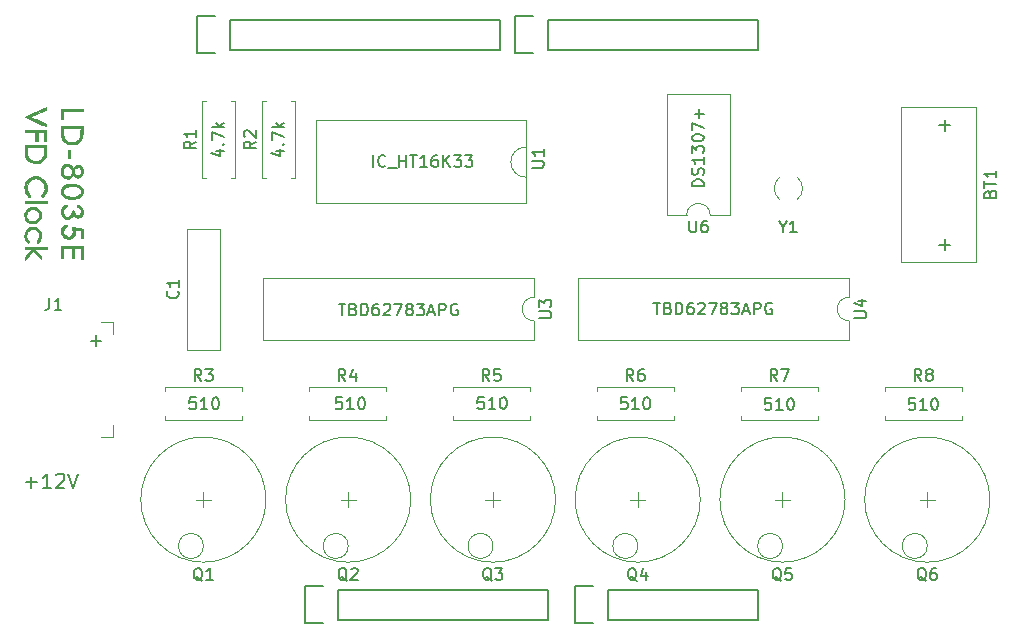
<source format=gto>
G04 #@! TF.GenerationSoftware,KiCad,Pcbnew,(5.1.6)-1*
G04 #@! TF.CreationDate,2020-07-30T22:19:11+09:00*
G04 #@! TF.ProjectId,VFDClock,56464443-6c6f-4636-9b2e-6b696361645f,rev?*
G04 #@! TF.SameCoordinates,Original*
G04 #@! TF.FileFunction,Legend,Top*
G04 #@! TF.FilePolarity,Positive*
%FSLAX46Y46*%
G04 Gerber Fmt 4.6, Leading zero omitted, Abs format (unit mm)*
G04 Created by KiCad (PCBNEW (5.1.6)-1) date 2020-07-30 22:19:11*
%MOMM*%
%LPD*%
G01*
G04 APERTURE LIST*
%ADD10C,0.200000*%
%ADD11C,0.010000*%
%ADD12C,0.120000*%
%ADD13C,0.150000*%
G04 APERTURE END LIST*
D10*
X113752977Y-113484702D02*
X114667263Y-113484702D01*
X114210120Y-113941845D02*
X114210120Y-113027559D01*
X115867263Y-113941845D02*
X115181548Y-113941845D01*
X115524405Y-113941845D02*
X115524405Y-112741845D01*
X115410120Y-112913273D01*
X115295834Y-113027559D01*
X115181548Y-113084702D01*
X116324405Y-112856130D02*
X116381548Y-112798988D01*
X116495834Y-112741845D01*
X116781548Y-112741845D01*
X116895834Y-112798988D01*
X116952977Y-112856130D01*
X117010120Y-112970416D01*
X117010120Y-113084702D01*
X116952977Y-113256130D01*
X116267263Y-113941845D01*
X117010120Y-113941845D01*
X117352977Y-112741845D02*
X117752977Y-113941845D01*
X118152977Y-112741845D01*
X119231142Y-101472514D02*
X120145427Y-101472514D01*
X119688285Y-101929657D02*
X119688285Y-101015371D01*
X191095685Y-93359949D02*
X192009970Y-93359949D01*
X191552828Y-93817092D02*
X191552828Y-92902806D01*
X191095685Y-83258331D02*
X192009970Y-83258331D01*
X191552828Y-83715474D02*
X191552828Y-82801188D01*
D11*
G36*
X115505083Y-88678534D02*
G01*
X115497587Y-88774217D01*
X115481635Y-88850587D01*
X115454351Y-88924689D01*
X115436543Y-88964120D01*
X115385574Y-89057463D01*
X115321929Y-89152214D01*
X115254693Y-89237164D01*
X115192956Y-89301099D01*
X115145805Y-89332811D01*
X115136399Y-89334387D01*
X115100020Y-89314059D01*
X115060765Y-89271143D01*
X115034654Y-89229405D01*
X115036407Y-89197454D01*
X115070873Y-89156454D01*
X115096680Y-89131615D01*
X115210790Y-88988111D01*
X115288192Y-88815578D01*
X115326377Y-88626092D01*
X115322835Y-88431733D01*
X115278906Y-88254556D01*
X115183517Y-88068246D01*
X115054841Y-87921936D01*
X114896533Y-87818246D01*
X114712248Y-87759798D01*
X114571352Y-87747213D01*
X114387463Y-87764504D01*
X114229864Y-87822104D01*
X114087056Y-87925210D01*
X114014699Y-87998671D01*
X113899905Y-88164008D01*
X113831406Y-88347490D01*
X113809049Y-88540765D01*
X113832680Y-88735481D01*
X113902148Y-88923287D01*
X114017299Y-89095831D01*
X114035144Y-89116183D01*
X114087277Y-89176253D01*
X114107419Y-89213445D01*
X114099836Y-89244186D01*
X114076490Y-89275399D01*
X114032724Y-89318911D01*
X114000992Y-89335227D01*
X113962611Y-89313965D01*
X113906699Y-89257877D01*
X113842355Y-89178507D01*
X113778675Y-89087403D01*
X113724757Y-88996108D01*
X113709325Y-88965070D01*
X113660370Y-88816126D01*
X113633621Y-88638927D01*
X113630458Y-88454469D01*
X113652267Y-88283750D01*
X113661925Y-88245170D01*
X113711347Y-88096925D01*
X113771821Y-87980139D01*
X113856292Y-87872833D01*
X113919183Y-87808419D01*
X114067378Y-87689472D01*
X114230356Y-87611238D01*
X114418867Y-87569722D01*
X114586579Y-87560263D01*
X114710626Y-87562545D01*
X114801635Y-87572833D01*
X114879884Y-87595011D01*
X114965271Y-87632776D01*
X115153657Y-87754196D01*
X115309834Y-87916873D01*
X115424403Y-88105333D01*
X115463254Y-88191800D01*
X115487630Y-88264728D01*
X115500835Y-88341762D01*
X115506173Y-88440544D01*
X115506999Y-88546490D01*
X115505083Y-88678534D01*
G37*
X115505083Y-88678534D02*
X115497587Y-88774217D01*
X115481635Y-88850587D01*
X115454351Y-88924689D01*
X115436543Y-88964120D01*
X115385574Y-89057463D01*
X115321929Y-89152214D01*
X115254693Y-89237164D01*
X115192956Y-89301099D01*
X115145805Y-89332811D01*
X115136399Y-89334387D01*
X115100020Y-89314059D01*
X115060765Y-89271143D01*
X115034654Y-89229405D01*
X115036407Y-89197454D01*
X115070873Y-89156454D01*
X115096680Y-89131615D01*
X115210790Y-88988111D01*
X115288192Y-88815578D01*
X115326377Y-88626092D01*
X115322835Y-88431733D01*
X115278906Y-88254556D01*
X115183517Y-88068246D01*
X115054841Y-87921936D01*
X114896533Y-87818246D01*
X114712248Y-87759798D01*
X114571352Y-87747213D01*
X114387463Y-87764504D01*
X114229864Y-87822104D01*
X114087056Y-87925210D01*
X114014699Y-87998671D01*
X113899905Y-88164008D01*
X113831406Y-88347490D01*
X113809049Y-88540765D01*
X113832680Y-88735481D01*
X113902148Y-88923287D01*
X114017299Y-89095831D01*
X114035144Y-89116183D01*
X114087277Y-89176253D01*
X114107419Y-89213445D01*
X114099836Y-89244186D01*
X114076490Y-89275399D01*
X114032724Y-89318911D01*
X114000992Y-89335227D01*
X113962611Y-89313965D01*
X113906699Y-89257877D01*
X113842355Y-89178507D01*
X113778675Y-89087403D01*
X113724757Y-88996108D01*
X113709325Y-88965070D01*
X113660370Y-88816126D01*
X113633621Y-88638927D01*
X113630458Y-88454469D01*
X113652267Y-88283750D01*
X113661925Y-88245170D01*
X113711347Y-88096925D01*
X113771821Y-87980139D01*
X113856292Y-87872833D01*
X113919183Y-87808419D01*
X114067378Y-87689472D01*
X114230356Y-87611238D01*
X114418867Y-87569722D01*
X114586579Y-87560263D01*
X114710626Y-87562545D01*
X114801635Y-87572833D01*
X114879884Y-87595011D01*
X114965271Y-87632776D01*
X115153657Y-87754196D01*
X115309834Y-87916873D01*
X115424403Y-88105333D01*
X115463254Y-88191800D01*
X115487630Y-88264728D01*
X115500835Y-88341762D01*
X115506173Y-88440544D01*
X115506999Y-88546490D01*
X115505083Y-88678534D01*
G36*
X115011599Y-91029467D02*
G01*
X114966948Y-91167902D01*
X114884012Y-91290661D01*
X114786634Y-91387158D01*
X114646703Y-91484178D01*
X114491970Y-91537769D01*
X114311700Y-91551146D01*
X114250514Y-91547756D01*
X114066912Y-91508909D01*
X113910002Y-91427996D01*
X113783740Y-91311351D01*
X113692081Y-91165306D01*
X113638982Y-90996196D01*
X113628398Y-90810353D01*
X113664284Y-90614112D01*
X113665304Y-90610769D01*
X113728484Y-90481435D01*
X113830220Y-90358520D01*
X113956335Y-90257285D01*
X114032298Y-90215763D01*
X114145357Y-90182373D01*
X114285134Y-90166319D01*
X114327576Y-90166847D01*
X114327576Y-90330337D01*
X114189658Y-90347934D01*
X114061805Y-90398132D01*
X113950506Y-90476737D01*
X113862251Y-90579556D01*
X113803531Y-90702399D01*
X113780834Y-90841071D01*
X113800651Y-90991381D01*
X113839942Y-91094450D01*
X113928737Y-91221340D01*
X114048826Y-91312947D01*
X114189775Y-91367425D01*
X114341149Y-91382930D01*
X114492515Y-91357616D01*
X114633437Y-91289638D01*
X114690435Y-91244845D01*
X114803207Y-91113031D01*
X114866779Y-90969936D01*
X114880735Y-90822141D01*
X114844656Y-90676223D01*
X114758124Y-90538764D01*
X114736818Y-90515068D01*
X114607645Y-90409711D01*
X114469068Y-90349531D01*
X114327576Y-90330337D01*
X114327576Y-90166847D01*
X114429294Y-90168114D01*
X114555502Y-90188266D01*
X114598937Y-90202806D01*
X114764360Y-90298805D01*
X114895159Y-90434996D01*
X114948036Y-90518217D01*
X114990533Y-90603287D01*
X115014116Y-90679853D01*
X115023895Y-90770489D01*
X115025255Y-90859227D01*
X115011599Y-91029467D01*
G37*
X115011599Y-91029467D02*
X114966948Y-91167902D01*
X114884012Y-91290661D01*
X114786634Y-91387158D01*
X114646703Y-91484178D01*
X114491970Y-91537769D01*
X114311700Y-91551146D01*
X114250514Y-91547756D01*
X114066912Y-91508909D01*
X113910002Y-91427996D01*
X113783740Y-91311351D01*
X113692081Y-91165306D01*
X113638982Y-90996196D01*
X113628398Y-90810353D01*
X113664284Y-90614112D01*
X113665304Y-90610769D01*
X113728484Y-90481435D01*
X113830220Y-90358520D01*
X113956335Y-90257285D01*
X114032298Y-90215763D01*
X114145357Y-90182373D01*
X114285134Y-90166319D01*
X114327576Y-90166847D01*
X114327576Y-90330337D01*
X114189658Y-90347934D01*
X114061805Y-90398132D01*
X113950506Y-90476737D01*
X113862251Y-90579556D01*
X113803531Y-90702399D01*
X113780834Y-90841071D01*
X113800651Y-90991381D01*
X113839942Y-91094450D01*
X113928737Y-91221340D01*
X114048826Y-91312947D01*
X114189775Y-91367425D01*
X114341149Y-91382930D01*
X114492515Y-91357616D01*
X114633437Y-91289638D01*
X114690435Y-91244845D01*
X114803207Y-91113031D01*
X114866779Y-90969936D01*
X114880735Y-90822141D01*
X114844656Y-90676223D01*
X114758124Y-90538764D01*
X114736818Y-90515068D01*
X114607645Y-90409711D01*
X114469068Y-90349531D01*
X114327576Y-90330337D01*
X114327576Y-90166847D01*
X114429294Y-90168114D01*
X114555502Y-90188266D01*
X114598937Y-90202806D01*
X114764360Y-90298805D01*
X114895159Y-90434996D01*
X114948036Y-90518217D01*
X114990533Y-90603287D01*
X115014116Y-90679853D01*
X115023895Y-90770489D01*
X115025255Y-90859227D01*
X115011599Y-91029467D01*
G36*
X115025444Y-92709931D02*
G01*
X114981669Y-92884316D01*
X114904242Y-93036774D01*
X114796161Y-93155880D01*
X114783398Y-93165805D01*
X114738637Y-93195295D01*
X114711950Y-93189042D01*
X114683128Y-93141189D01*
X114680418Y-93135955D01*
X114656779Y-93081135D01*
X114663598Y-93043626D01*
X114706076Y-92998427D01*
X114709724Y-92995061D01*
X114805515Y-92872438D01*
X114861446Y-92724935D01*
X114876886Y-92564012D01*
X114851207Y-92401125D01*
X114783778Y-92247732D01*
X114753269Y-92202507D01*
X114645931Y-92099170D01*
X114514212Y-92035247D01*
X114368743Y-92009737D01*
X114220158Y-92021638D01*
X114079089Y-92069949D01*
X113956168Y-92153668D01*
X113862028Y-92271795D01*
X113853684Y-92287237D01*
X113808087Y-92416265D01*
X113787538Y-92564639D01*
X113794318Y-92707367D01*
X113809517Y-92771410D01*
X113848828Y-92854034D01*
X113908073Y-92941979D01*
X113931415Y-92969851D01*
X113983301Y-93029615D01*
X114003505Y-93067753D01*
X113996334Y-93102190D01*
X113972521Y-93141038D01*
X113924755Y-93213854D01*
X113815370Y-93095185D01*
X113715746Y-92950534D01*
X113650423Y-92778146D01*
X113622598Y-92593781D01*
X113635469Y-92413201D01*
X113659336Y-92325939D01*
X113737457Y-92156734D01*
X113840601Y-92025051D01*
X113912010Y-91963242D01*
X114070466Y-91873026D01*
X114239327Y-91830163D01*
X114410486Y-91831837D01*
X114575836Y-91875234D01*
X114727271Y-91957538D01*
X114856684Y-92075934D01*
X114955970Y-92227606D01*
X115000028Y-92341079D01*
X115032564Y-92525043D01*
X115025444Y-92709931D01*
G37*
X115025444Y-92709931D02*
X114981669Y-92884316D01*
X114904242Y-93036774D01*
X114796161Y-93155880D01*
X114783398Y-93165805D01*
X114738637Y-93195295D01*
X114711950Y-93189042D01*
X114683128Y-93141189D01*
X114680418Y-93135955D01*
X114656779Y-93081135D01*
X114663598Y-93043626D01*
X114706076Y-92998427D01*
X114709724Y-92995061D01*
X114805515Y-92872438D01*
X114861446Y-92724935D01*
X114876886Y-92564012D01*
X114851207Y-92401125D01*
X114783778Y-92247732D01*
X114753269Y-92202507D01*
X114645931Y-92099170D01*
X114514212Y-92035247D01*
X114368743Y-92009737D01*
X114220158Y-92021638D01*
X114079089Y-92069949D01*
X113956168Y-92153668D01*
X113862028Y-92271795D01*
X113853684Y-92287237D01*
X113808087Y-92416265D01*
X113787538Y-92564639D01*
X113794318Y-92707367D01*
X113809517Y-92771410D01*
X113848828Y-92854034D01*
X113908073Y-92941979D01*
X113931415Y-92969851D01*
X113983301Y-93029615D01*
X114003505Y-93067753D01*
X113996334Y-93102190D01*
X113972521Y-93141038D01*
X113924755Y-93213854D01*
X113815370Y-93095185D01*
X113715746Y-92950534D01*
X113650423Y-92778146D01*
X113622598Y-92593781D01*
X113635469Y-92413201D01*
X113659336Y-92325939D01*
X113737457Y-92156734D01*
X113840601Y-92025051D01*
X113912010Y-91963242D01*
X114070466Y-91873026D01*
X114239327Y-91830163D01*
X114410486Y-91831837D01*
X114575836Y-91875234D01*
X114727271Y-91957538D01*
X114856684Y-92075934D01*
X114955970Y-92227606D01*
X115000028Y-92341079D01*
X115032564Y-92525043D01*
X115025444Y-92709931D01*
G36*
X115488572Y-83289616D02*
G01*
X115475837Y-83319013D01*
X115473721Y-83319527D01*
X115442452Y-83309225D01*
X115369776Y-83280176D01*
X115262273Y-83235280D01*
X115126520Y-83177434D01*
X114969098Y-83109536D01*
X114796584Y-83034486D01*
X114615558Y-82955180D01*
X114432598Y-82874517D01*
X114254284Y-82795396D01*
X114087193Y-82720715D01*
X113937905Y-82653372D01*
X113812999Y-82596265D01*
X113719053Y-82552293D01*
X113662646Y-82524354D01*
X113648931Y-82515625D01*
X113672629Y-82501066D01*
X113740049Y-82468123D01*
X113845676Y-82419277D01*
X113983999Y-82357013D01*
X114149505Y-82283812D01*
X114336681Y-82202158D01*
X114528763Y-82119355D01*
X114733491Y-82031648D01*
X114923811Y-81950216D01*
X115093850Y-81877566D01*
X115237735Y-81816202D01*
X115349594Y-81768630D01*
X115423554Y-81737353D01*
X115453011Y-81725148D01*
X115481379Y-81722144D01*
X115491372Y-81750720D01*
X115488915Y-81809455D01*
X115480405Y-81910806D01*
X114791931Y-82205154D01*
X114613509Y-82282023D01*
X114452273Y-82352617D01*
X114314461Y-82414112D01*
X114206313Y-82463685D01*
X114134064Y-82498516D01*
X114103955Y-82515780D01*
X114103458Y-82516647D01*
X114126994Y-82531300D01*
X114193483Y-82564213D01*
X114296739Y-82612542D01*
X114430581Y-82673446D01*
X114588824Y-82744084D01*
X114765286Y-82821613D01*
X114798615Y-82836129D01*
X115493773Y-83138465D01*
X115493773Y-83228951D01*
X115488572Y-83289616D01*
G37*
X115488572Y-83289616D02*
X115475837Y-83319013D01*
X115473721Y-83319527D01*
X115442452Y-83309225D01*
X115369776Y-83280176D01*
X115262273Y-83235280D01*
X115126520Y-83177434D01*
X114969098Y-83109536D01*
X114796584Y-83034486D01*
X114615558Y-82955180D01*
X114432598Y-82874517D01*
X114254284Y-82795396D01*
X114087193Y-82720715D01*
X113937905Y-82653372D01*
X113812999Y-82596265D01*
X113719053Y-82552293D01*
X113662646Y-82524354D01*
X113648931Y-82515625D01*
X113672629Y-82501066D01*
X113740049Y-82468123D01*
X113845676Y-82419277D01*
X113983999Y-82357013D01*
X114149505Y-82283812D01*
X114336681Y-82202158D01*
X114528763Y-82119355D01*
X114733491Y-82031648D01*
X114923811Y-81950216D01*
X115093850Y-81877566D01*
X115237735Y-81816202D01*
X115349594Y-81768630D01*
X115423554Y-81737353D01*
X115453011Y-81725148D01*
X115481379Y-81722144D01*
X115491372Y-81750720D01*
X115488915Y-81809455D01*
X115480405Y-81910806D01*
X114791931Y-82205154D01*
X114613509Y-82282023D01*
X114452273Y-82352617D01*
X114314461Y-82414112D01*
X114206313Y-82463685D01*
X114134064Y-82498516D01*
X114103955Y-82515780D01*
X114103458Y-82516647D01*
X114126994Y-82531300D01*
X114193483Y-82564213D01*
X114296739Y-82612542D01*
X114430581Y-82673446D01*
X114588824Y-82744084D01*
X114765286Y-82821613D01*
X114798615Y-82836129D01*
X115493773Y-83138465D01*
X115493773Y-83228951D01*
X115488572Y-83289616D01*
G36*
X115306615Y-84576069D02*
G01*
X115306615Y-83827438D01*
X114745142Y-83827438D01*
X114745142Y-84576069D01*
X114557984Y-84576069D01*
X114557984Y-83827438D01*
X113648931Y-83827438D01*
X113648931Y-83640280D01*
X115493773Y-83640280D01*
X115493773Y-84576069D01*
X115306615Y-84576069D01*
G37*
X115306615Y-84576069D02*
X115306615Y-83827438D01*
X114745142Y-83827438D01*
X114745142Y-84576069D01*
X114557984Y-84576069D01*
X114557984Y-83827438D01*
X113648931Y-83827438D01*
X113648931Y-83640280D01*
X115493773Y-83640280D01*
X115493773Y-84576069D01*
X115306615Y-84576069D01*
G36*
X115493244Y-85197701D02*
G01*
X115485756Y-85461338D01*
X115463073Y-85679656D01*
X115423343Y-85859118D01*
X115364713Y-86006186D01*
X115285333Y-86127323D01*
X115202321Y-86212838D01*
X115032768Y-86328425D01*
X114840335Y-86403513D01*
X114634823Y-86438463D01*
X114426030Y-86433635D01*
X114223758Y-86389392D01*
X114037805Y-86306095D01*
X113877971Y-86184105D01*
X113857575Y-86163258D01*
X113792784Y-86086371D01*
X113743576Y-86005461D01*
X113707664Y-85911490D01*
X113682765Y-85795422D01*
X113666590Y-85648222D01*
X113656855Y-85460852D01*
X113653897Y-85358122D01*
X113642866Y-84896912D01*
X113836089Y-84896912D01*
X113836089Y-85057333D01*
X113836089Y-85332452D01*
X113841023Y-85489775D01*
X113854511Y-85637808D01*
X113874582Y-85755793D01*
X113877334Y-85766926D01*
X113943788Y-85938722D01*
X114046324Y-86072939D01*
X114189063Y-86174865D01*
X114199174Y-86180160D01*
X114276791Y-86215216D01*
X114353136Y-86235678D01*
X114447276Y-86245111D01*
X114557270Y-86247122D01*
X114676447Y-86244992D01*
X114761459Y-86235857D01*
X114831534Y-86215603D01*
X114905904Y-86180113D01*
X114928831Y-86167597D01*
X115051047Y-86087109D01*
X115144205Y-85993118D01*
X115212076Y-85877523D01*
X115258434Y-85732222D01*
X115287051Y-85549117D01*
X115299638Y-85371490D01*
X115313956Y-85057333D01*
X113836089Y-85057333D01*
X113836089Y-84896912D01*
X115493773Y-84896912D01*
X115493244Y-85197701D01*
G37*
X115493244Y-85197701D02*
X115485756Y-85461338D01*
X115463073Y-85679656D01*
X115423343Y-85859118D01*
X115364713Y-86006186D01*
X115285333Y-86127323D01*
X115202321Y-86212838D01*
X115032768Y-86328425D01*
X114840335Y-86403513D01*
X114634823Y-86438463D01*
X114426030Y-86433635D01*
X114223758Y-86389392D01*
X114037805Y-86306095D01*
X113877971Y-86184105D01*
X113857575Y-86163258D01*
X113792784Y-86086371D01*
X113743576Y-86005461D01*
X113707664Y-85911490D01*
X113682765Y-85795422D01*
X113666590Y-85648222D01*
X113656855Y-85460852D01*
X113653897Y-85358122D01*
X113642866Y-84896912D01*
X113836089Y-84896912D01*
X113836089Y-85057333D01*
X113836089Y-85332452D01*
X113841023Y-85489775D01*
X113854511Y-85637808D01*
X113874582Y-85755793D01*
X113877334Y-85766926D01*
X113943788Y-85938722D01*
X114046324Y-86072939D01*
X114189063Y-86174865D01*
X114199174Y-86180160D01*
X114276791Y-86215216D01*
X114353136Y-86235678D01*
X114447276Y-86245111D01*
X114557270Y-86247122D01*
X114676447Y-86244992D01*
X114761459Y-86235857D01*
X114831534Y-86215603D01*
X114905904Y-86180113D01*
X114928831Y-86167597D01*
X115051047Y-86087109D01*
X115144205Y-85993118D01*
X115212076Y-85877523D01*
X115258434Y-85732222D01*
X115287051Y-85549117D01*
X115299638Y-85371490D01*
X115313956Y-85057333D01*
X113836089Y-85057333D01*
X113836089Y-84896912D01*
X115493773Y-84896912D01*
X115493244Y-85197701D01*
G36*
X113648931Y-89843227D02*
G01*
X113648931Y-89656069D01*
X115547247Y-89656069D01*
X115547247Y-89843227D01*
X113648931Y-89843227D01*
G37*
X113648931Y-89843227D02*
X113648931Y-89656069D01*
X115547247Y-89656069D01*
X115547247Y-89843227D01*
X113648931Y-89843227D01*
G36*
X114475742Y-93720069D02*
G01*
X114744126Y-94031616D01*
X114846385Y-94150975D01*
X114918698Y-94238578D01*
X114966250Y-94302987D01*
X114994222Y-94352763D01*
X115007798Y-94396467D01*
X115012160Y-94442662D01*
X115012510Y-94474958D01*
X115012510Y-94606753D01*
X114701554Y-94243622D01*
X114600497Y-94126908D01*
X114510798Y-94025769D01*
X114438390Y-93946695D01*
X114389204Y-93896177D01*
X114369710Y-93880490D01*
X114346018Y-93899382D01*
X114292578Y-93951956D01*
X114215320Y-94032062D01*
X114120170Y-94133549D01*
X114013057Y-94250267D01*
X114008934Y-94254806D01*
X113902201Y-94371793D01*
X113808135Y-94473836D01*
X113732460Y-94554812D01*
X113680899Y-94608601D01*
X113659173Y-94629082D01*
X113658989Y-94629122D01*
X113652869Y-94605269D01*
X113649304Y-94545222D01*
X113648931Y-94514329D01*
X113650790Y-94470440D01*
X113659747Y-94430374D01*
X113680869Y-94386678D01*
X113719226Y-94331903D01*
X113779886Y-94258598D01*
X113867918Y-94159313D01*
X113958153Y-94059802D01*
X114267376Y-93720069D01*
X113648931Y-93720069D01*
X113648931Y-93532912D01*
X115547247Y-93532912D01*
X115547247Y-93720069D01*
X114475742Y-93720069D01*
G37*
X114475742Y-93720069D02*
X114744126Y-94031616D01*
X114846385Y-94150975D01*
X114918698Y-94238578D01*
X114966250Y-94302987D01*
X114994222Y-94352763D01*
X115007798Y-94396467D01*
X115012160Y-94442662D01*
X115012510Y-94474958D01*
X115012510Y-94606753D01*
X114701554Y-94243622D01*
X114600497Y-94126908D01*
X114510798Y-94025769D01*
X114438390Y-93946695D01*
X114389204Y-93896177D01*
X114369710Y-93880490D01*
X114346018Y-93899382D01*
X114292578Y-93951956D01*
X114215320Y-94032062D01*
X114120170Y-94133549D01*
X114013057Y-94250267D01*
X114008934Y-94254806D01*
X113902201Y-94371793D01*
X113808135Y-94473836D01*
X113732460Y-94554812D01*
X113680899Y-94608601D01*
X113659173Y-94629082D01*
X113658989Y-94629122D01*
X113652869Y-94605269D01*
X113649304Y-94545222D01*
X113648931Y-94514329D01*
X113650790Y-94470440D01*
X113659747Y-94430374D01*
X113680869Y-94386678D01*
X113719226Y-94331903D01*
X113779886Y-94258598D01*
X113867918Y-94159313D01*
X113958153Y-94059802D01*
X114267376Y-93720069D01*
X113648931Y-93720069D01*
X113648931Y-93532912D01*
X115547247Y-93532912D01*
X115547247Y-93720069D01*
X114475742Y-93720069D01*
G36*
X118581249Y-87250025D02*
G01*
X118529586Y-87399184D01*
X118437368Y-87524813D01*
X118310431Y-87617839D01*
X118221375Y-87653832D01*
X118084124Y-87669255D01*
X117954807Y-87632749D01*
X117837888Y-87545750D01*
X117818052Y-87524325D01*
X117765246Y-87467192D01*
X117734263Y-87446499D01*
X117713275Y-87457128D01*
X117701941Y-87474079D01*
X117592706Y-87614121D01*
X117462434Y-87707939D01*
X117316604Y-87753634D01*
X117160693Y-87749310D01*
X117029250Y-87707146D01*
X116901375Y-87621175D01*
X116800720Y-87497662D01*
X116731458Y-87347316D01*
X116697762Y-87180847D01*
X116703805Y-87008965D01*
X116723554Y-86922603D01*
X116796114Y-86764439D01*
X116904631Y-86643497D01*
X117043846Y-86563737D01*
X117208499Y-86529122D01*
X117225858Y-86528603D01*
X117225858Y-86707380D01*
X117112200Y-86730167D01*
X117059941Y-86756230D01*
X116977106Y-86839808D01*
X116918985Y-86957124D01*
X116889272Y-87092749D01*
X116891663Y-87231251D01*
X116920749Y-87337507D01*
X116993537Y-87450741D01*
X117093806Y-87528424D01*
X117210259Y-87566764D01*
X117331602Y-87561968D01*
X117442846Y-87512821D01*
X117546990Y-87410843D01*
X117612845Y-87281045D01*
X117632721Y-87155573D01*
X117613791Y-87038754D01*
X117564088Y-86916541D01*
X117494244Y-86810806D01*
X117439902Y-86758915D01*
X117342761Y-86717017D01*
X117225858Y-86707380D01*
X117225858Y-86528603D01*
X117247386Y-86527959D01*
X117372289Y-86538621D01*
X117476642Y-86574987D01*
X117570854Y-86643891D01*
X117665332Y-86752168D01*
X117730804Y-86845374D01*
X117750137Y-86833473D01*
X117790674Y-86791619D01*
X117808596Y-86770887D01*
X117920473Y-86672032D01*
X118043376Y-86620267D01*
X118127352Y-86615130D01*
X118127352Y-86795227D01*
X118022533Y-86819617D01*
X117932802Y-86884653D01*
X117865069Y-86978138D01*
X117826242Y-87087875D01*
X117823232Y-87201665D01*
X117849957Y-87284932D01*
X117929678Y-87396937D01*
X118026760Y-87463730D01*
X118134654Y-87482573D01*
X118246526Y-87450870D01*
X118332081Y-87381378D01*
X118384495Y-87286491D01*
X118405753Y-87177131D01*
X118397840Y-87064223D01*
X118362744Y-86958689D01*
X118302447Y-86871452D01*
X118218937Y-86813436D01*
X118127352Y-86795227D01*
X118127352Y-86615130D01*
X118169766Y-86612535D01*
X118292107Y-86645777D01*
X118402859Y-86716937D01*
X118494483Y-86822956D01*
X118559441Y-86960777D01*
X118586516Y-87086410D01*
X118581249Y-87250025D01*
G37*
X118581249Y-87250025D02*
X118529586Y-87399184D01*
X118437368Y-87524813D01*
X118310431Y-87617839D01*
X118221375Y-87653832D01*
X118084124Y-87669255D01*
X117954807Y-87632749D01*
X117837888Y-87545750D01*
X117818052Y-87524325D01*
X117765246Y-87467192D01*
X117734263Y-87446499D01*
X117713275Y-87457128D01*
X117701941Y-87474079D01*
X117592706Y-87614121D01*
X117462434Y-87707939D01*
X117316604Y-87753634D01*
X117160693Y-87749310D01*
X117029250Y-87707146D01*
X116901375Y-87621175D01*
X116800720Y-87497662D01*
X116731458Y-87347316D01*
X116697762Y-87180847D01*
X116703805Y-87008965D01*
X116723554Y-86922603D01*
X116796114Y-86764439D01*
X116904631Y-86643497D01*
X117043846Y-86563737D01*
X117208499Y-86529122D01*
X117225858Y-86528603D01*
X117225858Y-86707380D01*
X117112200Y-86730167D01*
X117059941Y-86756230D01*
X116977106Y-86839808D01*
X116918985Y-86957124D01*
X116889272Y-87092749D01*
X116891663Y-87231251D01*
X116920749Y-87337507D01*
X116993537Y-87450741D01*
X117093806Y-87528424D01*
X117210259Y-87566764D01*
X117331602Y-87561968D01*
X117442846Y-87512821D01*
X117546990Y-87410843D01*
X117612845Y-87281045D01*
X117632721Y-87155573D01*
X117613791Y-87038754D01*
X117564088Y-86916541D01*
X117494244Y-86810806D01*
X117439902Y-86758915D01*
X117342761Y-86717017D01*
X117225858Y-86707380D01*
X117225858Y-86528603D01*
X117247386Y-86527959D01*
X117372289Y-86538621D01*
X117476642Y-86574987D01*
X117570854Y-86643891D01*
X117665332Y-86752168D01*
X117730804Y-86845374D01*
X117750137Y-86833473D01*
X117790674Y-86791619D01*
X117808596Y-86770887D01*
X117920473Y-86672032D01*
X118043376Y-86620267D01*
X118127352Y-86615130D01*
X118127352Y-86795227D01*
X118022533Y-86819617D01*
X117932802Y-86884653D01*
X117865069Y-86978138D01*
X117826242Y-87087875D01*
X117823232Y-87201665D01*
X117849957Y-87284932D01*
X117929678Y-87396937D01*
X118026760Y-87463730D01*
X118134654Y-87482573D01*
X118246526Y-87450870D01*
X118332081Y-87381378D01*
X118384495Y-87286491D01*
X118405753Y-87177131D01*
X118397840Y-87064223D01*
X118362744Y-86958689D01*
X118302447Y-86871452D01*
X118218937Y-86813436D01*
X118127352Y-86795227D01*
X118127352Y-86615130D01*
X118169766Y-86612535D01*
X118292107Y-86645777D01*
X118402859Y-86716937D01*
X118494483Y-86822956D01*
X118559441Y-86960777D01*
X118586516Y-87086410D01*
X118581249Y-87250025D01*
G36*
X118580044Y-88931322D02*
G01*
X118525555Y-89084741D01*
X118427462Y-89220461D01*
X118290627Y-89331630D01*
X118131912Y-89407311D01*
X118017013Y-89434227D01*
X117865538Y-89451301D01*
X117693466Y-89458562D01*
X117516774Y-89456043D01*
X117351439Y-89443774D01*
X117213441Y-89421787D01*
X117154502Y-89405396D01*
X116987264Y-89323524D01*
X116854437Y-89210214D01*
X116760185Y-89072695D01*
X116708672Y-88918193D01*
X116704063Y-88753937D01*
X116724119Y-88658384D01*
X116792351Y-88521690D01*
X116905981Y-88407553D01*
X117061085Y-88317869D01*
X117253740Y-88254535D01*
X117480023Y-88219447D01*
X117521450Y-88217760D01*
X117521450Y-88401957D01*
X117373113Y-88409988D01*
X117256030Y-88429617D01*
X117159382Y-88462690D01*
X117072353Y-88511055D01*
X117068601Y-88513545D01*
X116967789Y-88609739D01*
X116907863Y-88729288D01*
X116891197Y-88860072D01*
X116920167Y-88989968D01*
X116960927Y-89063122D01*
X117052251Y-89149326D01*
X117185477Y-89217335D01*
X117351467Y-89264903D01*
X117541082Y-89289783D01*
X117745183Y-89289730D01*
X117844539Y-89280324D01*
X118046504Y-89240293D01*
X118201306Y-89176478D01*
X118310142Y-89087912D01*
X118374211Y-88973625D01*
X118394721Y-88835872D01*
X118379119Y-88709512D01*
X118327661Y-88608625D01*
X118233367Y-88522388D01*
X118165089Y-88479742D01*
X118109323Y-88451138D01*
X118053044Y-88431440D01*
X117983880Y-88418569D01*
X117889460Y-88410450D01*
X117757414Y-88405007D01*
X117711855Y-88403675D01*
X117521450Y-88401957D01*
X117521450Y-88217760D01*
X117646089Y-88212684D01*
X117901939Y-88228446D01*
X118120558Y-88274954D01*
X118299962Y-88351037D01*
X118438168Y-88455524D01*
X118533192Y-88587247D01*
X118583049Y-88745035D01*
X118586070Y-88767058D01*
X118580044Y-88931322D01*
G37*
X118580044Y-88931322D02*
X118525555Y-89084741D01*
X118427462Y-89220461D01*
X118290627Y-89331630D01*
X118131912Y-89407311D01*
X118017013Y-89434227D01*
X117865538Y-89451301D01*
X117693466Y-89458562D01*
X117516774Y-89456043D01*
X117351439Y-89443774D01*
X117213441Y-89421787D01*
X117154502Y-89405396D01*
X116987264Y-89323524D01*
X116854437Y-89210214D01*
X116760185Y-89072695D01*
X116708672Y-88918193D01*
X116704063Y-88753937D01*
X116724119Y-88658384D01*
X116792351Y-88521690D01*
X116905981Y-88407553D01*
X117061085Y-88317869D01*
X117253740Y-88254535D01*
X117480023Y-88219447D01*
X117521450Y-88217760D01*
X117521450Y-88401957D01*
X117373113Y-88409988D01*
X117256030Y-88429617D01*
X117159382Y-88462690D01*
X117072353Y-88511055D01*
X117068601Y-88513545D01*
X116967789Y-88609739D01*
X116907863Y-88729288D01*
X116891197Y-88860072D01*
X116920167Y-88989968D01*
X116960927Y-89063122D01*
X117052251Y-89149326D01*
X117185477Y-89217335D01*
X117351467Y-89264903D01*
X117541082Y-89289783D01*
X117745183Y-89289730D01*
X117844539Y-89280324D01*
X118046504Y-89240293D01*
X118201306Y-89176478D01*
X118310142Y-89087912D01*
X118374211Y-88973625D01*
X118394721Y-88835872D01*
X118379119Y-88709512D01*
X118327661Y-88608625D01*
X118233367Y-88522388D01*
X118165089Y-88479742D01*
X118109323Y-88451138D01*
X118053044Y-88431440D01*
X117983880Y-88418569D01*
X117889460Y-88410450D01*
X117757414Y-88405007D01*
X117711855Y-88403675D01*
X117521450Y-88401957D01*
X117521450Y-88217760D01*
X117646089Y-88212684D01*
X117901939Y-88228446D01*
X118120558Y-88274954D01*
X118299962Y-88351037D01*
X118438168Y-88455524D01*
X118533192Y-88587247D01*
X118583049Y-88745035D01*
X118586070Y-88767058D01*
X118580044Y-88931322D01*
G36*
X118584933Y-90621437D02*
G01*
X118543808Y-90759200D01*
X118472030Y-90876274D01*
X118376840Y-90968323D01*
X118265478Y-91031009D01*
X118145185Y-91059995D01*
X118023202Y-91050944D01*
X117906771Y-90999519D01*
X117823056Y-90925603D01*
X117741138Y-90832304D01*
X117700326Y-90911226D01*
X117611248Y-91027869D01*
X117485942Y-91106909D01*
X117328397Y-91145985D01*
X117299481Y-91148434D01*
X117125210Y-91137533D01*
X116977947Y-91080538D01*
X116856796Y-90976936D01*
X116770988Y-90846645D01*
X116734496Y-90742835D01*
X116711701Y-90612948D01*
X116704816Y-90479998D01*
X116716057Y-90366999D01*
X116722516Y-90342805D01*
X116788636Y-90214772D01*
X116894744Y-90099643D01*
X117018542Y-90016627D01*
X117128870Y-89967053D01*
X117202215Y-89950763D01*
X117243643Y-89968003D01*
X117258218Y-90019020D01*
X117258405Y-90028312D01*
X117249003Y-90085858D01*
X117210581Y-90119806D01*
X117169236Y-90135877D01*
X117047869Y-90202455D01*
X116954245Y-90306482D01*
X116897321Y-90435342D01*
X116884089Y-90537486D01*
X116906355Y-90683052D01*
X116968025Y-90811191D01*
X117061404Y-90911289D01*
X117178800Y-90972730D01*
X117204402Y-90979427D01*
X117314078Y-90978066D01*
X117419091Y-90931349D01*
X117510911Y-90847253D01*
X117581007Y-90733756D01*
X117620847Y-90598836D01*
X117622303Y-90588637D01*
X117634739Y-90510888D01*
X117652573Y-90472447D01*
X117687192Y-90459489D01*
X117729744Y-90458175D01*
X117792103Y-90464128D01*
X117817045Y-90488783D01*
X117820466Y-90518333D01*
X117831727Y-90579095D01*
X117859354Y-90660793D01*
X117873083Y-90693128D01*
X117941761Y-90794401D01*
X118029092Y-90852707D01*
X118125189Y-90870297D01*
X118220166Y-90849426D01*
X118304135Y-90792346D01*
X118367210Y-90701310D01*
X118399504Y-90578572D01*
X118400014Y-90573056D01*
X118388928Y-90434891D01*
X118331633Y-90321513D01*
X118230614Y-90237409D01*
X118207746Y-90225614D01*
X118144692Y-90188046D01*
X118118420Y-90143430D01*
X118113984Y-90089377D01*
X118117508Y-90028648D01*
X118136786Y-90008250D01*
X118184873Y-90015107D01*
X118187510Y-90015746D01*
X118327026Y-90075271D01*
X118446976Y-90174836D01*
X118536599Y-90302311D01*
X118585132Y-90445566D01*
X118588164Y-90467322D01*
X118584933Y-90621437D01*
G37*
X118584933Y-90621437D02*
X118543808Y-90759200D01*
X118472030Y-90876274D01*
X118376840Y-90968323D01*
X118265478Y-91031009D01*
X118145185Y-91059995D01*
X118023202Y-91050944D01*
X117906771Y-90999519D01*
X117823056Y-90925603D01*
X117741138Y-90832304D01*
X117700326Y-90911226D01*
X117611248Y-91027869D01*
X117485942Y-91106909D01*
X117328397Y-91145985D01*
X117299481Y-91148434D01*
X117125210Y-91137533D01*
X116977947Y-91080538D01*
X116856796Y-90976936D01*
X116770988Y-90846645D01*
X116734496Y-90742835D01*
X116711701Y-90612948D01*
X116704816Y-90479998D01*
X116716057Y-90366999D01*
X116722516Y-90342805D01*
X116788636Y-90214772D01*
X116894744Y-90099643D01*
X117018542Y-90016627D01*
X117128870Y-89967053D01*
X117202215Y-89950763D01*
X117243643Y-89968003D01*
X117258218Y-90019020D01*
X117258405Y-90028312D01*
X117249003Y-90085858D01*
X117210581Y-90119806D01*
X117169236Y-90135877D01*
X117047869Y-90202455D01*
X116954245Y-90306482D01*
X116897321Y-90435342D01*
X116884089Y-90537486D01*
X116906355Y-90683052D01*
X116968025Y-90811191D01*
X117061404Y-90911289D01*
X117178800Y-90972730D01*
X117204402Y-90979427D01*
X117314078Y-90978066D01*
X117419091Y-90931349D01*
X117510911Y-90847253D01*
X117581007Y-90733756D01*
X117620847Y-90598836D01*
X117622303Y-90588637D01*
X117634739Y-90510888D01*
X117652573Y-90472447D01*
X117687192Y-90459489D01*
X117729744Y-90458175D01*
X117792103Y-90464128D01*
X117817045Y-90488783D01*
X117820466Y-90518333D01*
X117831727Y-90579095D01*
X117859354Y-90660793D01*
X117873083Y-90693128D01*
X117941761Y-90794401D01*
X118029092Y-90852707D01*
X118125189Y-90870297D01*
X118220166Y-90849426D01*
X118304135Y-90792346D01*
X118367210Y-90701310D01*
X118399504Y-90578572D01*
X118400014Y-90573056D01*
X118388928Y-90434891D01*
X118331633Y-90321513D01*
X118230614Y-90237409D01*
X118207746Y-90225614D01*
X118144692Y-90188046D01*
X118118420Y-90143430D01*
X118113984Y-90089377D01*
X118117508Y-90028648D01*
X118136786Y-90008250D01*
X118184873Y-90015107D01*
X118187510Y-90015746D01*
X118327026Y-90075271D01*
X118446976Y-90174836D01*
X118536599Y-90302311D01*
X118585132Y-90445566D01*
X118588164Y-90467322D01*
X118584933Y-90621437D01*
G36*
X118381352Y-92811017D02*
G01*
X118381352Y-92149932D01*
X118175862Y-92116783D01*
X118074245Y-92099598D01*
X117992205Y-92084268D01*
X117944947Y-92073665D01*
X117941176Y-92072431D01*
X117924734Y-92090251D01*
X117915298Y-92159574D01*
X117912720Y-92273355D01*
X117911206Y-92384558D01*
X117902745Y-92460550D01*
X117882859Y-92519537D01*
X117847074Y-92579723D01*
X117832060Y-92601461D01*
X117718478Y-92726227D01*
X117582188Y-92805473D01*
X117417164Y-92842174D01*
X117337511Y-92845617D01*
X117149925Y-92822612D01*
X116989163Y-92756509D01*
X116860010Y-92651674D01*
X116767254Y-92512476D01*
X116715679Y-92343282D01*
X116707814Y-92271025D01*
X116707190Y-92167089D01*
X116715851Y-92072734D01*
X116727559Y-92022280D01*
X116807796Y-91876062D01*
X116924675Y-91761725D01*
X116998751Y-91717543D01*
X117098179Y-91674556D01*
X117160762Y-91662824D01*
X117193839Y-91683487D01*
X117204752Y-91737684D01*
X117204931Y-91749540D01*
X117197555Y-91811965D01*
X117165147Y-91848138D01*
X117112145Y-91871300D01*
X117009656Y-91934878D01*
X116935210Y-92034190D01*
X116894060Y-92156594D01*
X116891460Y-92289452D01*
X116908227Y-92361985D01*
X116971890Y-92477180D01*
X117074283Y-92575126D01*
X117200836Y-92642884D01*
X117237477Y-92654382D01*
X117321472Y-92672386D01*
X117387623Y-92670429D01*
X117464605Y-92646398D01*
X117491477Y-92635642D01*
X117609708Y-92561020D01*
X117689928Y-92452606D01*
X117730477Y-92315825D01*
X117729693Y-92156102D01*
X117689430Y-91988859D01*
X117665818Y-91912570D01*
X117655292Y-91861590D01*
X117657901Y-91848490D01*
X117688605Y-91853069D01*
X117762834Y-91865743D01*
X117871524Y-91884919D01*
X118005613Y-91909001D01*
X118113984Y-91928701D01*
X118260015Y-91955295D01*
X118386419Y-91978163D01*
X118484378Y-91995722D01*
X118545073Y-92006387D01*
X118560807Y-92008912D01*
X118563488Y-92034108D01*
X118565763Y-92103535D01*
X118567455Y-92207951D01*
X118568386Y-92338113D01*
X118568510Y-92409964D01*
X118568510Y-92811017D01*
X118381352Y-92811017D01*
G37*
X118381352Y-92811017D02*
X118381352Y-92149932D01*
X118175862Y-92116783D01*
X118074245Y-92099598D01*
X117992205Y-92084268D01*
X117944947Y-92073665D01*
X117941176Y-92072431D01*
X117924734Y-92090251D01*
X117915298Y-92159574D01*
X117912720Y-92273355D01*
X117911206Y-92384558D01*
X117902745Y-92460550D01*
X117882859Y-92519537D01*
X117847074Y-92579723D01*
X117832060Y-92601461D01*
X117718478Y-92726227D01*
X117582188Y-92805473D01*
X117417164Y-92842174D01*
X117337511Y-92845617D01*
X117149925Y-92822612D01*
X116989163Y-92756509D01*
X116860010Y-92651674D01*
X116767254Y-92512476D01*
X116715679Y-92343282D01*
X116707814Y-92271025D01*
X116707190Y-92167089D01*
X116715851Y-92072734D01*
X116727559Y-92022280D01*
X116807796Y-91876062D01*
X116924675Y-91761725D01*
X116998751Y-91717543D01*
X117098179Y-91674556D01*
X117160762Y-91662824D01*
X117193839Y-91683487D01*
X117204752Y-91737684D01*
X117204931Y-91749540D01*
X117197555Y-91811965D01*
X117165147Y-91848138D01*
X117112145Y-91871300D01*
X117009656Y-91934878D01*
X116935210Y-92034190D01*
X116894060Y-92156594D01*
X116891460Y-92289452D01*
X116908227Y-92361985D01*
X116971890Y-92477180D01*
X117074283Y-92575126D01*
X117200836Y-92642884D01*
X117237477Y-92654382D01*
X117321472Y-92672386D01*
X117387623Y-92670429D01*
X117464605Y-92646398D01*
X117491477Y-92635642D01*
X117609708Y-92561020D01*
X117689928Y-92452606D01*
X117730477Y-92315825D01*
X117729693Y-92156102D01*
X117689430Y-91988859D01*
X117665818Y-91912570D01*
X117655292Y-91861590D01*
X117657901Y-91848490D01*
X117688605Y-91853069D01*
X117762834Y-91865743D01*
X117871524Y-91884919D01*
X118005613Y-91909001D01*
X118113984Y-91928701D01*
X118260015Y-91955295D01*
X118386419Y-91978163D01*
X118484378Y-91995722D01*
X118545073Y-92006387D01*
X118560807Y-92008912D01*
X118563488Y-92034108D01*
X118565763Y-92103535D01*
X118567455Y-92207951D01*
X118568386Y-92338113D01*
X118568510Y-92409964D01*
X118568510Y-92811017D01*
X118381352Y-92811017D01*
G36*
X116910826Y-82036069D02*
G01*
X116910826Y-82731227D01*
X116723668Y-82731227D01*
X116723668Y-81848912D01*
X118568510Y-81848912D01*
X118568510Y-82036069D01*
X116910826Y-82036069D01*
G37*
X116910826Y-82036069D02*
X116910826Y-82731227D01*
X116723668Y-82731227D01*
X116723668Y-81848912D01*
X118568510Y-81848912D01*
X118568510Y-82036069D01*
X116910826Y-82036069D01*
G36*
X118568308Y-83633596D02*
G01*
X118561544Y-83889969D01*
X118540186Y-84101637D01*
X118502095Y-84275899D01*
X118445133Y-84420052D01*
X118367161Y-84541396D01*
X118273070Y-84640936D01*
X118158552Y-84733319D01*
X118046163Y-84796110D01*
X117921330Y-84834209D01*
X117769480Y-84852513D01*
X117632721Y-84856193D01*
X117499234Y-84854964D01*
X117403291Y-84848869D01*
X117329013Y-84835327D01*
X117260519Y-84811759D01*
X117204931Y-84786686D01*
X117030387Y-84679312D01*
X116896354Y-84540492D01*
X116807316Y-84388912D01*
X116782088Y-84331141D01*
X116763594Y-84275915D01*
X116750517Y-84213116D01*
X116741542Y-84132623D01*
X116735354Y-84024318D01*
X116730637Y-83878081D01*
X116728260Y-83780648D01*
X116717603Y-83319438D01*
X116903729Y-83319438D01*
X116903729Y-83506596D01*
X116916708Y-83847490D01*
X116926922Y-84024580D01*
X116942275Y-84164416D01*
X116961931Y-84260137D01*
X116969679Y-84281964D01*
X117059372Y-84431553D01*
X117184263Y-84555660D01*
X117268452Y-84610204D01*
X117336480Y-84640448D01*
X117411163Y-84658517D01*
X117508967Y-84667173D01*
X117619915Y-84669189D01*
X117745628Y-84667173D01*
X117835904Y-84658390D01*
X117908666Y-84639588D01*
X117981836Y-84607517D01*
X117993984Y-84601346D01*
X118123925Y-84510574D01*
X118235350Y-84387909D01*
X118313430Y-84250791D01*
X118328639Y-84207763D01*
X118342208Y-84139896D01*
X118355657Y-84034500D01*
X118367199Y-83907496D01*
X118373544Y-83807385D01*
X118388811Y-83506596D01*
X116903729Y-83506596D01*
X116903729Y-83319438D01*
X118568510Y-83319438D01*
X118568308Y-83633596D01*
G37*
X118568308Y-83633596D02*
X118561544Y-83889969D01*
X118540186Y-84101637D01*
X118502095Y-84275899D01*
X118445133Y-84420052D01*
X118367161Y-84541396D01*
X118273070Y-84640936D01*
X118158552Y-84733319D01*
X118046163Y-84796110D01*
X117921330Y-84834209D01*
X117769480Y-84852513D01*
X117632721Y-84856193D01*
X117499234Y-84854964D01*
X117403291Y-84848869D01*
X117329013Y-84835327D01*
X117260519Y-84811759D01*
X117204931Y-84786686D01*
X117030387Y-84679312D01*
X116896354Y-84540492D01*
X116807316Y-84388912D01*
X116782088Y-84331141D01*
X116763594Y-84275915D01*
X116750517Y-84213116D01*
X116741542Y-84132623D01*
X116735354Y-84024318D01*
X116730637Y-83878081D01*
X116728260Y-83780648D01*
X116717603Y-83319438D01*
X116903729Y-83319438D01*
X116903729Y-83506596D01*
X116916708Y-83847490D01*
X116926922Y-84024580D01*
X116942275Y-84164416D01*
X116961931Y-84260137D01*
X116969679Y-84281964D01*
X117059372Y-84431553D01*
X117184263Y-84555660D01*
X117268452Y-84610204D01*
X117336480Y-84640448D01*
X117411163Y-84658517D01*
X117508967Y-84667173D01*
X117619915Y-84669189D01*
X117745628Y-84667173D01*
X117835904Y-84658390D01*
X117908666Y-84639588D01*
X117981836Y-84607517D01*
X117993984Y-84601346D01*
X118123925Y-84510574D01*
X118235350Y-84387909D01*
X118313430Y-84250791D01*
X118328639Y-84207763D01*
X118342208Y-84139896D01*
X118355657Y-84034500D01*
X118367199Y-83907496D01*
X118373544Y-83807385D01*
X118388811Y-83506596D01*
X116903729Y-83506596D01*
X116903729Y-83319438D01*
X118568510Y-83319438D01*
X118568308Y-83633596D01*
G36*
X118381352Y-94548912D02*
G01*
X118381352Y-93666596D01*
X117819879Y-93666596D01*
X117819879Y-94522175D01*
X117632721Y-94522175D01*
X117632721Y-93666596D01*
X116910826Y-93666596D01*
X116910826Y-94522175D01*
X116723668Y-94522175D01*
X116723668Y-93479438D01*
X118568510Y-93479438D01*
X118568510Y-94548912D01*
X118381352Y-94548912D01*
G37*
X118381352Y-94548912D02*
X118381352Y-93666596D01*
X117819879Y-93666596D01*
X117819879Y-94522175D01*
X117632721Y-94522175D01*
X117632721Y-93666596D01*
X116910826Y-93666596D01*
X116910826Y-94522175D01*
X116723668Y-94522175D01*
X116723668Y-93479438D01*
X118568510Y-93479438D01*
X118568510Y-94548912D01*
X118381352Y-94548912D01*
G36*
X117338615Y-86046596D02*
G01*
X117338615Y-85378175D01*
X117525773Y-85378175D01*
X117525773Y-86046596D01*
X117338615Y-86046596D01*
G37*
X117338615Y-86046596D02*
X117338615Y-85378175D01*
X117525773Y-85378175D01*
X117525773Y-86046596D01*
X117338615Y-86046596D01*
D12*
X177812325Y-118860523D02*
G75*
G03*
X177812325Y-118860523I-1058166J0D01*
G01*
X177806000Y-114300000D02*
X177806000Y-115570000D01*
X177171000Y-114935000D02*
X178441000Y-114935000D01*
X183106000Y-114935000D02*
G75*
G03*
X183106000Y-114935000I-5300000J0D01*
G01*
X138303000Y-82804000D02*
X156083000Y-82804000D01*
X138303000Y-89796000D02*
X138303000Y-82804000D01*
X156083000Y-89796000D02*
X138303000Y-89796000D01*
X156083000Y-82804000D02*
X156083000Y-89796000D01*
X156083000Y-87630000D02*
G75*
G02*
X156083000Y-85090000I0J1270000D01*
G01*
X179040863Y-87634783D02*
G75*
G02*
X179041144Y-89535000I-732863J-950217D01*
G01*
X177575137Y-87634783D02*
G75*
G03*
X177574856Y-89535000I732863J-950217D01*
G01*
X187808000Y-81715000D02*
X187808000Y-94815000D01*
X194208000Y-81715000D02*
X194208000Y-94815000D01*
X187808000Y-81715000D02*
X194208000Y-81715000D01*
X187808000Y-94815000D02*
X194208000Y-94815000D01*
X171688000Y-90865000D02*
X173338000Y-90865000D01*
X173338000Y-90865000D02*
X173338000Y-80585000D01*
X173338000Y-80585000D02*
X168038000Y-80585000D01*
X168038000Y-80585000D02*
X168038000Y-90865000D01*
X168038000Y-90865000D02*
X169688000Y-90865000D01*
X169688000Y-90865000D02*
G75*
G02*
X171688000Y-90865000I1000000J0D01*
G01*
X186468000Y-105767000D02*
X186468000Y-105437000D01*
X186468000Y-105437000D02*
X193008000Y-105437000D01*
X193008000Y-105437000D02*
X193008000Y-105767000D01*
X186468000Y-107847000D02*
X186468000Y-108177000D01*
X186468000Y-108177000D02*
X193008000Y-108177000D01*
X193008000Y-108177000D02*
X193008000Y-107847000D01*
X174276000Y-105767000D02*
X174276000Y-105437000D01*
X174276000Y-105437000D02*
X180816000Y-105437000D01*
X180816000Y-105437000D02*
X180816000Y-105767000D01*
X174276000Y-107847000D02*
X174276000Y-108177000D01*
X174276000Y-108177000D02*
X180816000Y-108177000D01*
X180816000Y-108177000D02*
X180816000Y-107847000D01*
X162084000Y-105767000D02*
X162084000Y-105437000D01*
X162084000Y-105437000D02*
X168624000Y-105437000D01*
X168624000Y-105437000D02*
X168624000Y-105767000D01*
X162084000Y-107847000D02*
X162084000Y-108177000D01*
X162084000Y-108177000D02*
X168624000Y-108177000D01*
X168624000Y-108177000D02*
X168624000Y-107847000D01*
X149892000Y-105767000D02*
X149892000Y-105437000D01*
X149892000Y-105437000D02*
X156432000Y-105437000D01*
X156432000Y-105437000D02*
X156432000Y-105767000D01*
X149892000Y-107847000D02*
X149892000Y-108177000D01*
X149892000Y-108177000D02*
X156432000Y-108177000D01*
X156432000Y-108177000D02*
X156432000Y-107847000D01*
X137700000Y-105767000D02*
X137700000Y-105437000D01*
X137700000Y-105437000D02*
X144240000Y-105437000D01*
X144240000Y-105437000D02*
X144240000Y-105767000D01*
X137700000Y-107847000D02*
X137700000Y-108177000D01*
X137700000Y-108177000D02*
X144240000Y-108177000D01*
X144240000Y-108177000D02*
X144240000Y-107847000D01*
X125508000Y-105767000D02*
X125508000Y-105437000D01*
X125508000Y-105437000D02*
X132048000Y-105437000D01*
X132048000Y-105437000D02*
X132048000Y-105767000D01*
X125508000Y-107847000D02*
X125508000Y-108177000D01*
X125508000Y-108177000D02*
X132048000Y-108177000D01*
X132048000Y-108177000D02*
X132048000Y-107847000D01*
X134088000Y-87725000D02*
X133758000Y-87725000D01*
X133758000Y-87725000D02*
X133758000Y-81185000D01*
X133758000Y-81185000D02*
X134088000Y-81185000D01*
X136168000Y-87725000D02*
X136498000Y-87725000D01*
X136498000Y-87725000D02*
X136498000Y-81185000D01*
X136498000Y-81185000D02*
X136168000Y-81185000D01*
X129008000Y-87725000D02*
X128678000Y-87725000D01*
X128678000Y-87725000D02*
X128678000Y-81185000D01*
X128678000Y-81185000D02*
X129008000Y-81185000D01*
X131088000Y-87725000D02*
X131418000Y-87725000D01*
X131418000Y-87725000D02*
X131418000Y-81185000D01*
X131418000Y-81185000D02*
X131088000Y-81185000D01*
X183448000Y-97806000D02*
X183448000Y-96156000D01*
X183448000Y-96156000D02*
X160468000Y-96156000D01*
X160468000Y-96156000D02*
X160468000Y-101456000D01*
X160468000Y-101456000D02*
X183448000Y-101456000D01*
X183448000Y-101456000D02*
X183448000Y-99806000D01*
X183448000Y-99806000D02*
G75*
G02*
X183448000Y-97806000I0J1000000D01*
G01*
X156778000Y-97806000D02*
X156778000Y-96156000D01*
X156778000Y-96156000D02*
X133798000Y-96156000D01*
X133798000Y-96156000D02*
X133798000Y-101456000D01*
X133798000Y-101456000D02*
X156778000Y-101456000D01*
X156778000Y-101456000D02*
X156778000Y-99806000D01*
X156778000Y-99806000D02*
G75*
G02*
X156778000Y-97806000I0J1000000D01*
G01*
X120142000Y-99875000D02*
X121158000Y-99875000D01*
X121158000Y-109675000D02*
X121158000Y-108585000D01*
X121158000Y-99875000D02*
X121158000Y-100891000D01*
X121158000Y-109675000D02*
X120068000Y-109675000D01*
X190069325Y-118860523D02*
G75*
G03*
X190069325Y-118860523I-1058166J0D01*
G01*
X190063000Y-114300000D02*
X190063000Y-115570000D01*
X189428000Y-114935000D02*
X190698000Y-114935000D01*
X195363000Y-114935000D02*
G75*
G03*
X195363000Y-114935000I-5300000J0D01*
G01*
X165555325Y-118860523D02*
G75*
G03*
X165555325Y-118860523I-1058166J0D01*
G01*
X165549000Y-114300000D02*
X165549000Y-115570000D01*
X164914000Y-114935000D02*
X166184000Y-114935000D01*
X170849000Y-114935000D02*
G75*
G03*
X170849000Y-114935000I-5300000J0D01*
G01*
X153298325Y-118860523D02*
G75*
G03*
X153298325Y-118860523I-1058166J0D01*
G01*
X153292000Y-114300000D02*
X153292000Y-115570000D01*
X152657000Y-114935000D02*
X153927000Y-114935000D01*
X158592000Y-114935000D02*
G75*
G03*
X158592000Y-114935000I-5300000J0D01*
G01*
X141041325Y-118860523D02*
G75*
G03*
X141041325Y-118860523I-1058166J0D01*
G01*
X141035000Y-114300000D02*
X141035000Y-115570000D01*
X140400000Y-114935000D02*
X141670000Y-114935000D01*
X146335000Y-114935000D02*
G75*
G03*
X146335000Y-114935000I-5300000J0D01*
G01*
X128784325Y-118860523D02*
G75*
G03*
X128784325Y-118860523I-1058166J0D01*
G01*
X128778000Y-114300000D02*
X128778000Y-115570000D01*
X128143000Y-114935000D02*
X129413000Y-114935000D01*
X134078000Y-114935000D02*
G75*
G03*
X134078000Y-114935000I-5300000J0D01*
G01*
X130148000Y-91995000D02*
X130148000Y-102235000D01*
X127408000Y-91995000D02*
X127408000Y-102235000D01*
X130148000Y-91995000D02*
X127408000Y-91995000D01*
X130148000Y-102235000D02*
X127408000Y-102235000D01*
D13*
X140208000Y-125095000D02*
X157988000Y-125095000D01*
X157988000Y-125095000D02*
X157988000Y-122555000D01*
X157988000Y-122555000D02*
X140208000Y-122555000D01*
X137388000Y-125375000D02*
X138938000Y-125375000D01*
X140208000Y-125095000D02*
X140208000Y-122555000D01*
X138938000Y-122275000D02*
X137388000Y-122275000D01*
X137388000Y-122275000D02*
X137388000Y-125375000D01*
X163068000Y-125095000D02*
X175768000Y-125095000D01*
X175768000Y-125095000D02*
X175768000Y-122555000D01*
X175768000Y-122555000D02*
X163068000Y-122555000D01*
X160248000Y-125375000D02*
X161798000Y-125375000D01*
X163068000Y-125095000D02*
X163068000Y-122555000D01*
X161798000Y-122275000D02*
X160248000Y-122275000D01*
X160248000Y-122275000D02*
X160248000Y-125375000D01*
X131064000Y-76835000D02*
X153924000Y-76835000D01*
X153924000Y-76835000D02*
X153924000Y-74295000D01*
X153924000Y-74295000D02*
X131064000Y-74295000D01*
X128244000Y-77115000D02*
X129794000Y-77115000D01*
X131064000Y-76835000D02*
X131064000Y-74295000D01*
X129794000Y-74015000D02*
X128244000Y-74015000D01*
X128244000Y-74015000D02*
X128244000Y-77115000D01*
X157988000Y-76835000D02*
X175768000Y-76835000D01*
X175768000Y-76835000D02*
X175768000Y-74295000D01*
X175768000Y-74295000D02*
X157988000Y-74295000D01*
X155168000Y-77115000D02*
X156718000Y-77115000D01*
X157988000Y-76835000D02*
X157988000Y-74295000D01*
X156718000Y-74015000D02*
X155168000Y-74015000D01*
X155168000Y-74015000D02*
X155168000Y-77115000D01*
X177710761Y-121832619D02*
X177615523Y-121785000D01*
X177520285Y-121689761D01*
X177377428Y-121546904D01*
X177282190Y-121499285D01*
X177186952Y-121499285D01*
X177234571Y-121737380D02*
X177139333Y-121689761D01*
X177044095Y-121594523D01*
X176996476Y-121404047D01*
X176996476Y-121070714D01*
X177044095Y-120880238D01*
X177139333Y-120785000D01*
X177234571Y-120737380D01*
X177425047Y-120737380D01*
X177520285Y-120785000D01*
X177615523Y-120880238D01*
X177663142Y-121070714D01*
X177663142Y-121404047D01*
X177615523Y-121594523D01*
X177520285Y-121689761D01*
X177425047Y-121737380D01*
X177234571Y-121737380D01*
X178567904Y-120737380D02*
X178091714Y-120737380D01*
X178044095Y-121213571D01*
X178091714Y-121165952D01*
X178186952Y-121118333D01*
X178425047Y-121118333D01*
X178520285Y-121165952D01*
X178567904Y-121213571D01*
X178615523Y-121308809D01*
X178615523Y-121546904D01*
X178567904Y-121642142D01*
X178520285Y-121689761D01*
X178425047Y-121737380D01*
X178186952Y-121737380D01*
X178091714Y-121689761D01*
X178044095Y-121642142D01*
X156605378Y-86826123D02*
X157414902Y-86826123D01*
X157510140Y-86778504D01*
X157557759Y-86730885D01*
X157605378Y-86635647D01*
X157605378Y-86445171D01*
X157557759Y-86349933D01*
X157510140Y-86302314D01*
X157414902Y-86254695D01*
X156605378Y-86254695D01*
X157605378Y-85254695D02*
X157605378Y-85826123D01*
X157605378Y-85540409D02*
X156605378Y-85540409D01*
X156748236Y-85635647D01*
X156843474Y-85730885D01*
X156891093Y-85826123D01*
X143130229Y-86768046D02*
X143130229Y-85768046D01*
X144177848Y-86672808D02*
X144130229Y-86720427D01*
X143987372Y-86768046D01*
X143892134Y-86768046D01*
X143749277Y-86720427D01*
X143654039Y-86625189D01*
X143606420Y-86529951D01*
X143558801Y-86339475D01*
X143558801Y-86196618D01*
X143606420Y-86006142D01*
X143654039Y-85910904D01*
X143749277Y-85815666D01*
X143892134Y-85768046D01*
X143987372Y-85768046D01*
X144130229Y-85815666D01*
X144177848Y-85863285D01*
X144368325Y-86863285D02*
X145130229Y-86863285D01*
X145368325Y-86768046D02*
X145368325Y-85768046D01*
X145368325Y-86244237D02*
X145939753Y-86244237D01*
X145939753Y-86768046D02*
X145939753Y-85768046D01*
X146273086Y-85768046D02*
X146844515Y-85768046D01*
X146558801Y-86768046D02*
X146558801Y-85768046D01*
X147701658Y-86768046D02*
X147130229Y-86768046D01*
X147415944Y-86768046D02*
X147415944Y-85768046D01*
X147320706Y-85910904D01*
X147225467Y-86006142D01*
X147130229Y-86053761D01*
X148558801Y-85768046D02*
X148368325Y-85768046D01*
X148273086Y-85815666D01*
X148225467Y-85863285D01*
X148130229Y-86006142D01*
X148082610Y-86196618D01*
X148082610Y-86577570D01*
X148130229Y-86672808D01*
X148177848Y-86720427D01*
X148273086Y-86768046D01*
X148463563Y-86768046D01*
X148558801Y-86720427D01*
X148606420Y-86672808D01*
X148654039Y-86577570D01*
X148654039Y-86339475D01*
X148606420Y-86244237D01*
X148558801Y-86196618D01*
X148463563Y-86148999D01*
X148273086Y-86148999D01*
X148177848Y-86196618D01*
X148130229Y-86244237D01*
X148082610Y-86339475D01*
X149082610Y-86768046D02*
X149082610Y-85768046D01*
X149654039Y-86768046D02*
X149225467Y-86196618D01*
X149654039Y-85768046D02*
X149082610Y-86339475D01*
X149987372Y-85768046D02*
X150606420Y-85768046D01*
X150273086Y-86148999D01*
X150415944Y-86148999D01*
X150511182Y-86196618D01*
X150558801Y-86244237D01*
X150606420Y-86339475D01*
X150606420Y-86577570D01*
X150558801Y-86672808D01*
X150511182Y-86720427D01*
X150415944Y-86768046D01*
X150130229Y-86768046D01*
X150034991Y-86720427D01*
X149987372Y-86672808D01*
X150939753Y-85768046D02*
X151558801Y-85768046D01*
X151225467Y-86148999D01*
X151368325Y-86148999D01*
X151463563Y-86196618D01*
X151511182Y-86244237D01*
X151558801Y-86339475D01*
X151558801Y-86577570D01*
X151511182Y-86672808D01*
X151463563Y-86720427D01*
X151368325Y-86768046D01*
X151082610Y-86768046D01*
X150987372Y-86720427D01*
X150939753Y-86672808D01*
X177831809Y-91841190D02*
X177831809Y-92317380D01*
X177498476Y-91317380D02*
X177831809Y-91841190D01*
X178165142Y-91317380D01*
X179022285Y-92317380D02*
X178450857Y-92317380D01*
X178736571Y-92317380D02*
X178736571Y-91317380D01*
X178641333Y-91460238D01*
X178546095Y-91555476D01*
X178450857Y-91603095D01*
X195381550Y-89040395D02*
X195429169Y-88897538D01*
X195476788Y-88849919D01*
X195572026Y-88802300D01*
X195714883Y-88802300D01*
X195810121Y-88849919D01*
X195857740Y-88897538D01*
X195905359Y-88992776D01*
X195905359Y-89373728D01*
X194905359Y-89373728D01*
X194905359Y-89040395D01*
X194952979Y-88945157D01*
X195000598Y-88897538D01*
X195095836Y-88849919D01*
X195191074Y-88849919D01*
X195286312Y-88897538D01*
X195333931Y-88945157D01*
X195381550Y-89040395D01*
X195381550Y-89373728D01*
X194905359Y-88516585D02*
X194905359Y-87945157D01*
X195905359Y-88230871D02*
X194905359Y-88230871D01*
X195905359Y-87088014D02*
X195905359Y-87659442D01*
X195905359Y-87373728D02*
X194905359Y-87373728D01*
X195048217Y-87468966D01*
X195143455Y-87564204D01*
X195191074Y-87659442D01*
X169926095Y-91317380D02*
X169926095Y-92126904D01*
X169973714Y-92222142D01*
X170021333Y-92269761D01*
X170116571Y-92317380D01*
X170307047Y-92317380D01*
X170402285Y-92269761D01*
X170449904Y-92222142D01*
X170497523Y-92126904D01*
X170497523Y-91317380D01*
X171402285Y-91317380D02*
X171211809Y-91317380D01*
X171116571Y-91365000D01*
X171068952Y-91412619D01*
X170973714Y-91555476D01*
X170926095Y-91745952D01*
X170926095Y-92126904D01*
X170973714Y-92222142D01*
X171021333Y-92269761D01*
X171116571Y-92317380D01*
X171307047Y-92317380D01*
X171402285Y-92269761D01*
X171449904Y-92222142D01*
X171497523Y-92126904D01*
X171497523Y-91888809D01*
X171449904Y-91793571D01*
X171402285Y-91745952D01*
X171307047Y-91698333D01*
X171116571Y-91698333D01*
X171021333Y-91745952D01*
X170973714Y-91793571D01*
X170926095Y-91888809D01*
X171137448Y-88399469D02*
X170137448Y-88399469D01*
X170137448Y-88161374D01*
X170185068Y-88018517D01*
X170280306Y-87923279D01*
X170375544Y-87875660D01*
X170566020Y-87828041D01*
X170708877Y-87828041D01*
X170899353Y-87875660D01*
X170994591Y-87923279D01*
X171089829Y-88018517D01*
X171137448Y-88161374D01*
X171137448Y-88399469D01*
X171089829Y-87447088D02*
X171137448Y-87304231D01*
X171137448Y-87066136D01*
X171089829Y-86970898D01*
X171042210Y-86923279D01*
X170946972Y-86875660D01*
X170851734Y-86875660D01*
X170756496Y-86923279D01*
X170708877Y-86970898D01*
X170661258Y-87066136D01*
X170613639Y-87256612D01*
X170566020Y-87351850D01*
X170518401Y-87399469D01*
X170423163Y-87447088D01*
X170327925Y-87447088D01*
X170232687Y-87399469D01*
X170185068Y-87351850D01*
X170137448Y-87256612D01*
X170137448Y-87018517D01*
X170185068Y-86875660D01*
X171137448Y-85923279D02*
X171137448Y-86494707D01*
X171137448Y-86208993D02*
X170137448Y-86208993D01*
X170280306Y-86304231D01*
X170375544Y-86399469D01*
X170423163Y-86494707D01*
X170137448Y-85589945D02*
X170137448Y-84970898D01*
X170518401Y-85304231D01*
X170518401Y-85161374D01*
X170566020Y-85066136D01*
X170613639Y-85018517D01*
X170708877Y-84970898D01*
X170946972Y-84970898D01*
X171042210Y-85018517D01*
X171089829Y-85066136D01*
X171137448Y-85161374D01*
X171137448Y-85447088D01*
X171089829Y-85542326D01*
X171042210Y-85589945D01*
X170137448Y-84351850D02*
X170137448Y-84256612D01*
X170185068Y-84161374D01*
X170232687Y-84113755D01*
X170327925Y-84066136D01*
X170518401Y-84018517D01*
X170756496Y-84018517D01*
X170946972Y-84066136D01*
X171042210Y-84113755D01*
X171089829Y-84161374D01*
X171137448Y-84256612D01*
X171137448Y-84351850D01*
X171089829Y-84447088D01*
X171042210Y-84494707D01*
X170946972Y-84542326D01*
X170756496Y-84589945D01*
X170518401Y-84589945D01*
X170327925Y-84542326D01*
X170232687Y-84494707D01*
X170185068Y-84447088D01*
X170137448Y-84351850D01*
X170137448Y-83685184D02*
X170137448Y-83018517D01*
X171137448Y-83447088D01*
X170756496Y-82637565D02*
X170756496Y-81875660D01*
X171137448Y-82256612D02*
X170375544Y-82256612D01*
X189571333Y-104889380D02*
X189238000Y-104413190D01*
X188999904Y-104889380D02*
X188999904Y-103889380D01*
X189380857Y-103889380D01*
X189476095Y-103937000D01*
X189523714Y-103984619D01*
X189571333Y-104079857D01*
X189571333Y-104222714D01*
X189523714Y-104317952D01*
X189476095Y-104365571D01*
X189380857Y-104413190D01*
X188999904Y-104413190D01*
X190142761Y-104317952D02*
X190047523Y-104270333D01*
X189999904Y-104222714D01*
X189952285Y-104127476D01*
X189952285Y-104079857D01*
X189999904Y-103984619D01*
X190047523Y-103937000D01*
X190142761Y-103889380D01*
X190333238Y-103889380D01*
X190428476Y-103937000D01*
X190476095Y-103984619D01*
X190523714Y-104079857D01*
X190523714Y-104127476D01*
X190476095Y-104222714D01*
X190428476Y-104270333D01*
X190333238Y-104317952D01*
X190142761Y-104317952D01*
X190047523Y-104365571D01*
X189999904Y-104413190D01*
X189952285Y-104508428D01*
X189952285Y-104698904D01*
X189999904Y-104794142D01*
X190047523Y-104841761D01*
X190142761Y-104889380D01*
X190333238Y-104889380D01*
X190428476Y-104841761D01*
X190476095Y-104794142D01*
X190523714Y-104698904D01*
X190523714Y-104508428D01*
X190476095Y-104413190D01*
X190428476Y-104365571D01*
X190333238Y-104317952D01*
X189021309Y-106338759D02*
X188545118Y-106338759D01*
X188497499Y-106814950D01*
X188545118Y-106767331D01*
X188640356Y-106719712D01*
X188878452Y-106719712D01*
X188973690Y-106767331D01*
X189021309Y-106814950D01*
X189068928Y-106910188D01*
X189068928Y-107148283D01*
X189021309Y-107243521D01*
X188973690Y-107291140D01*
X188878452Y-107338759D01*
X188640356Y-107338759D01*
X188545118Y-107291140D01*
X188497499Y-107243521D01*
X190021309Y-107338759D02*
X189449880Y-107338759D01*
X189735595Y-107338759D02*
X189735595Y-106338759D01*
X189640356Y-106481617D01*
X189545118Y-106576855D01*
X189449880Y-106624474D01*
X190640356Y-106338759D02*
X190735595Y-106338759D01*
X190830833Y-106386379D01*
X190878452Y-106433998D01*
X190926071Y-106529236D01*
X190973690Y-106719712D01*
X190973690Y-106957807D01*
X190926071Y-107148283D01*
X190878452Y-107243521D01*
X190830833Y-107291140D01*
X190735595Y-107338759D01*
X190640356Y-107338759D01*
X190545118Y-107291140D01*
X190497499Y-107243521D01*
X190449880Y-107148283D01*
X190402261Y-106957807D01*
X190402261Y-106719712D01*
X190449880Y-106529236D01*
X190497499Y-106433998D01*
X190545118Y-106386379D01*
X190640356Y-106338759D01*
X177379333Y-104889380D02*
X177046000Y-104413190D01*
X176807904Y-104889380D02*
X176807904Y-103889380D01*
X177188857Y-103889380D01*
X177284095Y-103937000D01*
X177331714Y-103984619D01*
X177379333Y-104079857D01*
X177379333Y-104222714D01*
X177331714Y-104317952D01*
X177284095Y-104365571D01*
X177188857Y-104413190D01*
X176807904Y-104413190D01*
X177712666Y-103889380D02*
X178379333Y-103889380D01*
X177950761Y-104889380D01*
X176818239Y-106338759D02*
X176342048Y-106338759D01*
X176294429Y-106814950D01*
X176342048Y-106767331D01*
X176437286Y-106719712D01*
X176675382Y-106719712D01*
X176770620Y-106767331D01*
X176818239Y-106814950D01*
X176865858Y-106910188D01*
X176865858Y-107148283D01*
X176818239Y-107243521D01*
X176770620Y-107291140D01*
X176675382Y-107338759D01*
X176437286Y-107338759D01*
X176342048Y-107291140D01*
X176294429Y-107243521D01*
X177818239Y-107338759D02*
X177246810Y-107338759D01*
X177532525Y-107338759D02*
X177532525Y-106338759D01*
X177437286Y-106481617D01*
X177342048Y-106576855D01*
X177246810Y-106624474D01*
X178437286Y-106338759D02*
X178532525Y-106338759D01*
X178627763Y-106386379D01*
X178675382Y-106433998D01*
X178723001Y-106529236D01*
X178770620Y-106719712D01*
X178770620Y-106957807D01*
X178723001Y-107148283D01*
X178675382Y-107243521D01*
X178627763Y-107291140D01*
X178532525Y-107338759D01*
X178437286Y-107338759D01*
X178342048Y-107291140D01*
X178294429Y-107243521D01*
X178246810Y-107148283D01*
X178199191Y-106957807D01*
X178199191Y-106719712D01*
X178246810Y-106529236D01*
X178294429Y-106433998D01*
X178342048Y-106386379D01*
X178437286Y-106338759D01*
X165187333Y-104889380D02*
X164854000Y-104413190D01*
X164615904Y-104889380D02*
X164615904Y-103889380D01*
X164996857Y-103889380D01*
X165092095Y-103937000D01*
X165139714Y-103984619D01*
X165187333Y-104079857D01*
X165187333Y-104222714D01*
X165139714Y-104317952D01*
X165092095Y-104365571D01*
X164996857Y-104413190D01*
X164615904Y-104413190D01*
X166044476Y-103889380D02*
X165854000Y-103889380D01*
X165758761Y-103937000D01*
X165711142Y-103984619D01*
X165615904Y-104127476D01*
X165568285Y-104317952D01*
X165568285Y-104698904D01*
X165615904Y-104794142D01*
X165663523Y-104841761D01*
X165758761Y-104889380D01*
X165949238Y-104889380D01*
X166044476Y-104841761D01*
X166092095Y-104794142D01*
X166139714Y-104698904D01*
X166139714Y-104460809D01*
X166092095Y-104365571D01*
X166044476Y-104317952D01*
X165949238Y-104270333D01*
X165758761Y-104270333D01*
X165663523Y-104317952D01*
X165615904Y-104365571D01*
X165568285Y-104460809D01*
X164648786Y-106271525D02*
X164172595Y-106271525D01*
X164124976Y-106747716D01*
X164172595Y-106700097D01*
X164267833Y-106652478D01*
X164505929Y-106652478D01*
X164601167Y-106700097D01*
X164648786Y-106747716D01*
X164696405Y-106842954D01*
X164696405Y-107081049D01*
X164648786Y-107176287D01*
X164601167Y-107223906D01*
X164505929Y-107271525D01*
X164267833Y-107271525D01*
X164172595Y-107223906D01*
X164124976Y-107176287D01*
X165648786Y-107271525D02*
X165077357Y-107271525D01*
X165363072Y-107271525D02*
X165363072Y-106271525D01*
X165267833Y-106414383D01*
X165172595Y-106509621D01*
X165077357Y-106557240D01*
X166267833Y-106271525D02*
X166363072Y-106271525D01*
X166458310Y-106319145D01*
X166505929Y-106366764D01*
X166553548Y-106462002D01*
X166601167Y-106652478D01*
X166601167Y-106890573D01*
X166553548Y-107081049D01*
X166505929Y-107176287D01*
X166458310Y-107223906D01*
X166363072Y-107271525D01*
X166267833Y-107271525D01*
X166172595Y-107223906D01*
X166124976Y-107176287D01*
X166077357Y-107081049D01*
X166029738Y-106890573D01*
X166029738Y-106652478D01*
X166077357Y-106462002D01*
X166124976Y-106366764D01*
X166172595Y-106319145D01*
X166267833Y-106271525D01*
X152995333Y-104889380D02*
X152662000Y-104413190D01*
X152423904Y-104889380D02*
X152423904Y-103889380D01*
X152804857Y-103889380D01*
X152900095Y-103937000D01*
X152947714Y-103984619D01*
X152995333Y-104079857D01*
X152995333Y-104222714D01*
X152947714Y-104317952D01*
X152900095Y-104365571D01*
X152804857Y-104413190D01*
X152423904Y-104413190D01*
X153900095Y-103889380D02*
X153423904Y-103889380D01*
X153376285Y-104365571D01*
X153423904Y-104317952D01*
X153519142Y-104270333D01*
X153757238Y-104270333D01*
X153852476Y-104317952D01*
X153900095Y-104365571D01*
X153947714Y-104460809D01*
X153947714Y-104698904D01*
X153900095Y-104794142D01*
X153852476Y-104841761D01*
X153757238Y-104889380D01*
X153519142Y-104889380D01*
X153423904Y-104841761D01*
X153376285Y-104794142D01*
X152496142Y-106254716D02*
X152019951Y-106254716D01*
X151972332Y-106730907D01*
X152019951Y-106683288D01*
X152115189Y-106635669D01*
X152353285Y-106635669D01*
X152448523Y-106683288D01*
X152496142Y-106730907D01*
X152543761Y-106826145D01*
X152543761Y-107064240D01*
X152496142Y-107159478D01*
X152448523Y-107207097D01*
X152353285Y-107254716D01*
X152115189Y-107254716D01*
X152019951Y-107207097D01*
X151972332Y-107159478D01*
X153496142Y-107254716D02*
X152924713Y-107254716D01*
X153210428Y-107254716D02*
X153210428Y-106254716D01*
X153115189Y-106397574D01*
X153019951Y-106492812D01*
X152924713Y-106540431D01*
X154115189Y-106254716D02*
X154210428Y-106254716D01*
X154305666Y-106302336D01*
X154353285Y-106349955D01*
X154400904Y-106445193D01*
X154448523Y-106635669D01*
X154448523Y-106873764D01*
X154400904Y-107064240D01*
X154353285Y-107159478D01*
X154305666Y-107207097D01*
X154210428Y-107254716D01*
X154115189Y-107254716D01*
X154019951Y-107207097D01*
X153972332Y-107159478D01*
X153924713Y-107064240D01*
X153877094Y-106873764D01*
X153877094Y-106635669D01*
X153924713Y-106445193D01*
X153972332Y-106349955D01*
X154019951Y-106302336D01*
X154115189Y-106254716D01*
X140803333Y-104889380D02*
X140470000Y-104413190D01*
X140231904Y-104889380D02*
X140231904Y-103889380D01*
X140612857Y-103889380D01*
X140708095Y-103937000D01*
X140755714Y-103984619D01*
X140803333Y-104079857D01*
X140803333Y-104222714D01*
X140755714Y-104317952D01*
X140708095Y-104365571D01*
X140612857Y-104413190D01*
X140231904Y-104413190D01*
X141660476Y-104222714D02*
X141660476Y-104889380D01*
X141422380Y-103841761D02*
X141184285Y-104556047D01*
X141803333Y-104556047D01*
X140494775Y-106271525D02*
X140018584Y-106271525D01*
X139970965Y-106747716D01*
X140018584Y-106700097D01*
X140113822Y-106652478D01*
X140351918Y-106652478D01*
X140447156Y-106700097D01*
X140494775Y-106747716D01*
X140542394Y-106842954D01*
X140542394Y-107081049D01*
X140494775Y-107176287D01*
X140447156Y-107223906D01*
X140351918Y-107271525D01*
X140113822Y-107271525D01*
X140018584Y-107223906D01*
X139970965Y-107176287D01*
X141494775Y-107271525D02*
X140923346Y-107271525D01*
X141209061Y-107271525D02*
X141209061Y-106271525D01*
X141113822Y-106414383D01*
X141018584Y-106509621D01*
X140923346Y-106557240D01*
X142113822Y-106271525D02*
X142209061Y-106271525D01*
X142304299Y-106319145D01*
X142351918Y-106366764D01*
X142399537Y-106462002D01*
X142447156Y-106652478D01*
X142447156Y-106890573D01*
X142399537Y-107081049D01*
X142351918Y-107176287D01*
X142304299Y-107223906D01*
X142209061Y-107271525D01*
X142113822Y-107271525D01*
X142018584Y-107223906D01*
X141970965Y-107176287D01*
X141923346Y-107081049D01*
X141875727Y-106890573D01*
X141875727Y-106652478D01*
X141923346Y-106462002D01*
X141970965Y-106366764D01*
X142018584Y-106319145D01*
X142113822Y-106271525D01*
X128611333Y-104889380D02*
X128278000Y-104413190D01*
X128039904Y-104889380D02*
X128039904Y-103889380D01*
X128420857Y-103889380D01*
X128516095Y-103937000D01*
X128563714Y-103984619D01*
X128611333Y-104079857D01*
X128611333Y-104222714D01*
X128563714Y-104317952D01*
X128516095Y-104365571D01*
X128420857Y-104413190D01*
X128039904Y-104413190D01*
X128944666Y-103889380D02*
X129563714Y-103889380D01*
X129230380Y-104270333D01*
X129373238Y-104270333D01*
X129468476Y-104317952D01*
X129516095Y-104365571D01*
X129563714Y-104460809D01*
X129563714Y-104698904D01*
X129516095Y-104794142D01*
X129468476Y-104841761D01*
X129373238Y-104889380D01*
X129087523Y-104889380D01*
X128992285Y-104841761D01*
X128944666Y-104794142D01*
X128124225Y-106273206D02*
X127648034Y-106273206D01*
X127600415Y-106749397D01*
X127648034Y-106701778D01*
X127743272Y-106654159D01*
X127981368Y-106654159D01*
X128076606Y-106701778D01*
X128124225Y-106749397D01*
X128171844Y-106844635D01*
X128171844Y-107082730D01*
X128124225Y-107177968D01*
X128076606Y-107225587D01*
X127981368Y-107273206D01*
X127743272Y-107273206D01*
X127648034Y-107225587D01*
X127600415Y-107177968D01*
X129124225Y-107273206D02*
X128552796Y-107273206D01*
X128838511Y-107273206D02*
X128838511Y-106273206D01*
X128743272Y-106416064D01*
X128648034Y-106511302D01*
X128552796Y-106558921D01*
X129743272Y-106273206D02*
X129838511Y-106273206D01*
X129933749Y-106320826D01*
X129981368Y-106368445D01*
X130028987Y-106463683D01*
X130076606Y-106654159D01*
X130076606Y-106892254D01*
X130028987Y-107082730D01*
X129981368Y-107177968D01*
X129933749Y-107225587D01*
X129838511Y-107273206D01*
X129743272Y-107273206D01*
X129648034Y-107225587D01*
X129600415Y-107177968D01*
X129552796Y-107082730D01*
X129505177Y-106892254D01*
X129505177Y-106654159D01*
X129552796Y-106463683D01*
X129600415Y-106368445D01*
X129648034Y-106320826D01*
X129743272Y-106273206D01*
X133210380Y-84621666D02*
X132734190Y-84955000D01*
X133210380Y-85193095D02*
X132210380Y-85193095D01*
X132210380Y-84812142D01*
X132258000Y-84716904D01*
X132305619Y-84669285D01*
X132400857Y-84621666D01*
X132543714Y-84621666D01*
X132638952Y-84669285D01*
X132686571Y-84716904D01*
X132734190Y-84812142D01*
X132734190Y-85193095D01*
X132305619Y-84240714D02*
X132258000Y-84193095D01*
X132210380Y-84097857D01*
X132210380Y-83859761D01*
X132258000Y-83764523D01*
X132305619Y-83716904D01*
X132400857Y-83669285D01*
X132496095Y-83669285D01*
X132638952Y-83716904D01*
X133210380Y-84288333D01*
X133210380Y-83669285D01*
X134913714Y-85383571D02*
X135580380Y-85383571D01*
X134532761Y-85621666D02*
X135247047Y-85859761D01*
X135247047Y-85240714D01*
X135485142Y-84859761D02*
X135532761Y-84812142D01*
X135580380Y-84859761D01*
X135532761Y-84907380D01*
X135485142Y-84859761D01*
X135580380Y-84859761D01*
X134580380Y-84478809D02*
X134580380Y-83812142D01*
X135580380Y-84240714D01*
X135580380Y-83431190D02*
X134580380Y-83431190D01*
X135199428Y-83335952D02*
X135580380Y-83050238D01*
X134913714Y-83050238D02*
X135294666Y-83431190D01*
X128130380Y-84621666D02*
X127654190Y-84955000D01*
X128130380Y-85193095D02*
X127130380Y-85193095D01*
X127130380Y-84812142D01*
X127178000Y-84716904D01*
X127225619Y-84669285D01*
X127320857Y-84621666D01*
X127463714Y-84621666D01*
X127558952Y-84669285D01*
X127606571Y-84716904D01*
X127654190Y-84812142D01*
X127654190Y-85193095D01*
X128130380Y-83669285D02*
X128130380Y-84240714D01*
X128130380Y-83955000D02*
X127130380Y-83955000D01*
X127273238Y-84050238D01*
X127368476Y-84145476D01*
X127416095Y-84240714D01*
X129833714Y-85383571D02*
X130500380Y-85383571D01*
X129452761Y-85621666D02*
X130167047Y-85859761D01*
X130167047Y-85240714D01*
X130405142Y-84859761D02*
X130452761Y-84812142D01*
X130500380Y-84859761D01*
X130452761Y-84907380D01*
X130405142Y-84859761D01*
X130500380Y-84859761D01*
X129500380Y-84478809D02*
X129500380Y-83812142D01*
X130500380Y-84240714D01*
X130500380Y-83431190D02*
X129500380Y-83431190D01*
X130119428Y-83335952D02*
X130500380Y-83050238D01*
X129833714Y-83050238D02*
X130214666Y-83431190D01*
X183900380Y-99567904D02*
X184709904Y-99567904D01*
X184805142Y-99520285D01*
X184852761Y-99472666D01*
X184900380Y-99377428D01*
X184900380Y-99186952D01*
X184852761Y-99091714D01*
X184805142Y-99044095D01*
X184709904Y-98996476D01*
X183900380Y-98996476D01*
X184233714Y-98091714D02*
X184900380Y-98091714D01*
X183852761Y-98329809D02*
X184567047Y-98567904D01*
X184567047Y-97948857D01*
X166862761Y-98249523D02*
X167434190Y-98249523D01*
X167148476Y-99249523D02*
X167148476Y-98249523D01*
X168100857Y-98725714D02*
X168243714Y-98773333D01*
X168291333Y-98820952D01*
X168338952Y-98916190D01*
X168338952Y-99059047D01*
X168291333Y-99154285D01*
X168243714Y-99201904D01*
X168148476Y-99249523D01*
X167767523Y-99249523D01*
X167767523Y-98249523D01*
X168100857Y-98249523D01*
X168196095Y-98297143D01*
X168243714Y-98344762D01*
X168291333Y-98440000D01*
X168291333Y-98535238D01*
X168243714Y-98630476D01*
X168196095Y-98678095D01*
X168100857Y-98725714D01*
X167767523Y-98725714D01*
X168767523Y-99249523D02*
X168767523Y-98249523D01*
X169005619Y-98249523D01*
X169148476Y-98297143D01*
X169243714Y-98392381D01*
X169291333Y-98487619D01*
X169338952Y-98678095D01*
X169338952Y-98820952D01*
X169291333Y-99011428D01*
X169243714Y-99106666D01*
X169148476Y-99201904D01*
X169005619Y-99249523D01*
X168767523Y-99249523D01*
X170196095Y-98249523D02*
X170005619Y-98249523D01*
X169910380Y-98297143D01*
X169862761Y-98344762D01*
X169767523Y-98487619D01*
X169719904Y-98678095D01*
X169719904Y-99059047D01*
X169767523Y-99154285D01*
X169815142Y-99201904D01*
X169910380Y-99249523D01*
X170100857Y-99249523D01*
X170196095Y-99201904D01*
X170243714Y-99154285D01*
X170291333Y-99059047D01*
X170291333Y-98820952D01*
X170243714Y-98725714D01*
X170196095Y-98678095D01*
X170100857Y-98630476D01*
X169910380Y-98630476D01*
X169815142Y-98678095D01*
X169767523Y-98725714D01*
X169719904Y-98820952D01*
X170672285Y-98344762D02*
X170719904Y-98297143D01*
X170815142Y-98249523D01*
X171053238Y-98249523D01*
X171148476Y-98297143D01*
X171196095Y-98344762D01*
X171243714Y-98440000D01*
X171243714Y-98535238D01*
X171196095Y-98678095D01*
X170624666Y-99249523D01*
X171243714Y-99249523D01*
X171577047Y-98249523D02*
X172243714Y-98249523D01*
X171815142Y-99249523D01*
X172767523Y-98678095D02*
X172672285Y-98630476D01*
X172624666Y-98582857D01*
X172577047Y-98487619D01*
X172577047Y-98440000D01*
X172624666Y-98344762D01*
X172672285Y-98297143D01*
X172767523Y-98249523D01*
X172958000Y-98249523D01*
X173053238Y-98297143D01*
X173100857Y-98344762D01*
X173148476Y-98440000D01*
X173148476Y-98487619D01*
X173100857Y-98582857D01*
X173053238Y-98630476D01*
X172958000Y-98678095D01*
X172767523Y-98678095D01*
X172672285Y-98725714D01*
X172624666Y-98773333D01*
X172577047Y-98868571D01*
X172577047Y-99059047D01*
X172624666Y-99154285D01*
X172672285Y-99201904D01*
X172767523Y-99249523D01*
X172958000Y-99249523D01*
X173053238Y-99201904D01*
X173100857Y-99154285D01*
X173148476Y-99059047D01*
X173148476Y-98868571D01*
X173100857Y-98773333D01*
X173053238Y-98725714D01*
X172958000Y-98678095D01*
X173481809Y-98249523D02*
X174100857Y-98249523D01*
X173767523Y-98630476D01*
X173910380Y-98630476D01*
X174005619Y-98678095D01*
X174053238Y-98725714D01*
X174100857Y-98820952D01*
X174100857Y-99059047D01*
X174053238Y-99154285D01*
X174005619Y-99201904D01*
X173910380Y-99249523D01*
X173624666Y-99249523D01*
X173529428Y-99201904D01*
X173481809Y-99154285D01*
X174481809Y-98963809D02*
X174958000Y-98963809D01*
X174386571Y-99249523D02*
X174719904Y-98249523D01*
X175053238Y-99249523D01*
X175386571Y-99249523D02*
X175386571Y-98249523D01*
X175767523Y-98249523D01*
X175862761Y-98297143D01*
X175910380Y-98344762D01*
X175958000Y-98440000D01*
X175958000Y-98582857D01*
X175910380Y-98678095D01*
X175862761Y-98725714D01*
X175767523Y-98773333D01*
X175386571Y-98773333D01*
X176910380Y-98297143D02*
X176815142Y-98249523D01*
X176672285Y-98249523D01*
X176529428Y-98297143D01*
X176434190Y-98392381D01*
X176386571Y-98487619D01*
X176338952Y-98678095D01*
X176338952Y-98820952D01*
X176386571Y-99011428D01*
X176434190Y-99106666D01*
X176529428Y-99201904D01*
X176672285Y-99249523D01*
X176767523Y-99249523D01*
X176910380Y-99201904D01*
X176958000Y-99154285D01*
X176958000Y-98820952D01*
X176767523Y-98820952D01*
X157230380Y-99567904D02*
X158039904Y-99567904D01*
X158135142Y-99520285D01*
X158182761Y-99472666D01*
X158230380Y-99377428D01*
X158230380Y-99186952D01*
X158182761Y-99091714D01*
X158135142Y-99044095D01*
X158039904Y-98996476D01*
X157230380Y-98996476D01*
X157230380Y-98615523D02*
X157230380Y-97996476D01*
X157611333Y-98329809D01*
X157611333Y-98186952D01*
X157658952Y-98091714D01*
X157706571Y-98044095D01*
X157801809Y-97996476D01*
X158039904Y-97996476D01*
X158135142Y-98044095D01*
X158182761Y-98091714D01*
X158230380Y-98186952D01*
X158230380Y-98472666D01*
X158182761Y-98567904D01*
X158135142Y-98615523D01*
X140228334Y-98336531D02*
X140799763Y-98336531D01*
X140514049Y-99336531D02*
X140514049Y-98336531D01*
X141466430Y-98812722D02*
X141609287Y-98860341D01*
X141656906Y-98907960D01*
X141704525Y-99003198D01*
X141704525Y-99146055D01*
X141656906Y-99241293D01*
X141609287Y-99288912D01*
X141514049Y-99336531D01*
X141133096Y-99336531D01*
X141133096Y-98336531D01*
X141466430Y-98336531D01*
X141561668Y-98384151D01*
X141609287Y-98431770D01*
X141656906Y-98527008D01*
X141656906Y-98622246D01*
X141609287Y-98717484D01*
X141561668Y-98765103D01*
X141466430Y-98812722D01*
X141133096Y-98812722D01*
X142133096Y-99336531D02*
X142133096Y-98336531D01*
X142371192Y-98336531D01*
X142514049Y-98384151D01*
X142609287Y-98479389D01*
X142656906Y-98574627D01*
X142704525Y-98765103D01*
X142704525Y-98907960D01*
X142656906Y-99098436D01*
X142609287Y-99193674D01*
X142514049Y-99288912D01*
X142371192Y-99336531D01*
X142133096Y-99336531D01*
X143561668Y-98336531D02*
X143371192Y-98336531D01*
X143275953Y-98384151D01*
X143228334Y-98431770D01*
X143133096Y-98574627D01*
X143085477Y-98765103D01*
X143085477Y-99146055D01*
X143133096Y-99241293D01*
X143180715Y-99288912D01*
X143275953Y-99336531D01*
X143466430Y-99336531D01*
X143561668Y-99288912D01*
X143609287Y-99241293D01*
X143656906Y-99146055D01*
X143656906Y-98907960D01*
X143609287Y-98812722D01*
X143561668Y-98765103D01*
X143466430Y-98717484D01*
X143275953Y-98717484D01*
X143180715Y-98765103D01*
X143133096Y-98812722D01*
X143085477Y-98907960D01*
X144037858Y-98431770D02*
X144085477Y-98384151D01*
X144180715Y-98336531D01*
X144418811Y-98336531D01*
X144514049Y-98384151D01*
X144561668Y-98431770D01*
X144609287Y-98527008D01*
X144609287Y-98622246D01*
X144561668Y-98765103D01*
X143990239Y-99336531D01*
X144609287Y-99336531D01*
X144942620Y-98336531D02*
X145609287Y-98336531D01*
X145180715Y-99336531D01*
X146133096Y-98765103D02*
X146037858Y-98717484D01*
X145990239Y-98669865D01*
X145942620Y-98574627D01*
X145942620Y-98527008D01*
X145990239Y-98431770D01*
X146037858Y-98384151D01*
X146133096Y-98336531D01*
X146323573Y-98336531D01*
X146418811Y-98384151D01*
X146466430Y-98431770D01*
X146514049Y-98527008D01*
X146514049Y-98574627D01*
X146466430Y-98669865D01*
X146418811Y-98717484D01*
X146323573Y-98765103D01*
X146133096Y-98765103D01*
X146037858Y-98812722D01*
X145990239Y-98860341D01*
X145942620Y-98955579D01*
X145942620Y-99146055D01*
X145990239Y-99241293D01*
X146037858Y-99288912D01*
X146133096Y-99336531D01*
X146323573Y-99336531D01*
X146418811Y-99288912D01*
X146466430Y-99241293D01*
X146514049Y-99146055D01*
X146514049Y-98955579D01*
X146466430Y-98860341D01*
X146418811Y-98812722D01*
X146323573Y-98765103D01*
X146847382Y-98336531D02*
X147466430Y-98336531D01*
X147133096Y-98717484D01*
X147275953Y-98717484D01*
X147371192Y-98765103D01*
X147418811Y-98812722D01*
X147466430Y-98907960D01*
X147466430Y-99146055D01*
X147418811Y-99241293D01*
X147371192Y-99288912D01*
X147275953Y-99336531D01*
X146990239Y-99336531D01*
X146895001Y-99288912D01*
X146847382Y-99241293D01*
X147847382Y-99050817D02*
X148323573Y-99050817D01*
X147752144Y-99336531D02*
X148085477Y-98336531D01*
X148418811Y-99336531D01*
X148752144Y-99336531D02*
X148752144Y-98336531D01*
X149133096Y-98336531D01*
X149228334Y-98384151D01*
X149275953Y-98431770D01*
X149323573Y-98527008D01*
X149323573Y-98669865D01*
X149275953Y-98765103D01*
X149228334Y-98812722D01*
X149133096Y-98860341D01*
X148752144Y-98860341D01*
X150275953Y-98384151D02*
X150180715Y-98336531D01*
X150037858Y-98336531D01*
X149895001Y-98384151D01*
X149799763Y-98479389D01*
X149752144Y-98574627D01*
X149704525Y-98765103D01*
X149704525Y-98907960D01*
X149752144Y-99098436D01*
X149799763Y-99193674D01*
X149895001Y-99288912D01*
X150037858Y-99336531D01*
X150133096Y-99336531D01*
X150275953Y-99288912D01*
X150323573Y-99241293D01*
X150323573Y-98907960D01*
X150133096Y-98907960D01*
X115744666Y-97877380D02*
X115744666Y-98591666D01*
X115697047Y-98734523D01*
X115601809Y-98829761D01*
X115458952Y-98877380D01*
X115363714Y-98877380D01*
X116744666Y-98877380D02*
X116173238Y-98877380D01*
X116458952Y-98877380D02*
X116458952Y-97877380D01*
X116363714Y-98020238D01*
X116268476Y-98115476D01*
X116173238Y-98163095D01*
X189967761Y-121832619D02*
X189872523Y-121785000D01*
X189777285Y-121689761D01*
X189634428Y-121546904D01*
X189539190Y-121499285D01*
X189443952Y-121499285D01*
X189491571Y-121737380D02*
X189396333Y-121689761D01*
X189301095Y-121594523D01*
X189253476Y-121404047D01*
X189253476Y-121070714D01*
X189301095Y-120880238D01*
X189396333Y-120785000D01*
X189491571Y-120737380D01*
X189682047Y-120737380D01*
X189777285Y-120785000D01*
X189872523Y-120880238D01*
X189920142Y-121070714D01*
X189920142Y-121404047D01*
X189872523Y-121594523D01*
X189777285Y-121689761D01*
X189682047Y-121737380D01*
X189491571Y-121737380D01*
X190777285Y-120737380D02*
X190586809Y-120737380D01*
X190491571Y-120785000D01*
X190443952Y-120832619D01*
X190348714Y-120975476D01*
X190301095Y-121165952D01*
X190301095Y-121546904D01*
X190348714Y-121642142D01*
X190396333Y-121689761D01*
X190491571Y-121737380D01*
X190682047Y-121737380D01*
X190777285Y-121689761D01*
X190824904Y-121642142D01*
X190872523Y-121546904D01*
X190872523Y-121308809D01*
X190824904Y-121213571D01*
X190777285Y-121165952D01*
X190682047Y-121118333D01*
X190491571Y-121118333D01*
X190396333Y-121165952D01*
X190348714Y-121213571D01*
X190301095Y-121308809D01*
X165453761Y-121832619D02*
X165358523Y-121785000D01*
X165263285Y-121689761D01*
X165120428Y-121546904D01*
X165025190Y-121499285D01*
X164929952Y-121499285D01*
X164977571Y-121737380D02*
X164882333Y-121689761D01*
X164787095Y-121594523D01*
X164739476Y-121404047D01*
X164739476Y-121070714D01*
X164787095Y-120880238D01*
X164882333Y-120785000D01*
X164977571Y-120737380D01*
X165168047Y-120737380D01*
X165263285Y-120785000D01*
X165358523Y-120880238D01*
X165406142Y-121070714D01*
X165406142Y-121404047D01*
X165358523Y-121594523D01*
X165263285Y-121689761D01*
X165168047Y-121737380D01*
X164977571Y-121737380D01*
X166263285Y-121070714D02*
X166263285Y-121737380D01*
X166025190Y-120689761D02*
X165787095Y-121404047D01*
X166406142Y-121404047D01*
X153196761Y-121832619D02*
X153101523Y-121785000D01*
X153006285Y-121689761D01*
X152863428Y-121546904D01*
X152768190Y-121499285D01*
X152672952Y-121499285D01*
X152720571Y-121737380D02*
X152625333Y-121689761D01*
X152530095Y-121594523D01*
X152482476Y-121404047D01*
X152482476Y-121070714D01*
X152530095Y-120880238D01*
X152625333Y-120785000D01*
X152720571Y-120737380D01*
X152911047Y-120737380D01*
X153006285Y-120785000D01*
X153101523Y-120880238D01*
X153149142Y-121070714D01*
X153149142Y-121404047D01*
X153101523Y-121594523D01*
X153006285Y-121689761D01*
X152911047Y-121737380D01*
X152720571Y-121737380D01*
X153482476Y-120737380D02*
X154101523Y-120737380D01*
X153768190Y-121118333D01*
X153911047Y-121118333D01*
X154006285Y-121165952D01*
X154053904Y-121213571D01*
X154101523Y-121308809D01*
X154101523Y-121546904D01*
X154053904Y-121642142D01*
X154006285Y-121689761D01*
X153911047Y-121737380D01*
X153625333Y-121737380D01*
X153530095Y-121689761D01*
X153482476Y-121642142D01*
X140939761Y-121832619D02*
X140844523Y-121785000D01*
X140749285Y-121689761D01*
X140606428Y-121546904D01*
X140511190Y-121499285D01*
X140415952Y-121499285D01*
X140463571Y-121737380D02*
X140368333Y-121689761D01*
X140273095Y-121594523D01*
X140225476Y-121404047D01*
X140225476Y-121070714D01*
X140273095Y-120880238D01*
X140368333Y-120785000D01*
X140463571Y-120737380D01*
X140654047Y-120737380D01*
X140749285Y-120785000D01*
X140844523Y-120880238D01*
X140892142Y-121070714D01*
X140892142Y-121404047D01*
X140844523Y-121594523D01*
X140749285Y-121689761D01*
X140654047Y-121737380D01*
X140463571Y-121737380D01*
X141273095Y-120832619D02*
X141320714Y-120785000D01*
X141415952Y-120737380D01*
X141654047Y-120737380D01*
X141749285Y-120785000D01*
X141796904Y-120832619D01*
X141844523Y-120927857D01*
X141844523Y-121023095D01*
X141796904Y-121165952D01*
X141225476Y-121737380D01*
X141844523Y-121737380D01*
X128682761Y-121832619D02*
X128587523Y-121785000D01*
X128492285Y-121689761D01*
X128349428Y-121546904D01*
X128254190Y-121499285D01*
X128158952Y-121499285D01*
X128206571Y-121737380D02*
X128111333Y-121689761D01*
X128016095Y-121594523D01*
X127968476Y-121404047D01*
X127968476Y-121070714D01*
X128016095Y-120880238D01*
X128111333Y-120785000D01*
X128206571Y-120737380D01*
X128397047Y-120737380D01*
X128492285Y-120785000D01*
X128587523Y-120880238D01*
X128635142Y-121070714D01*
X128635142Y-121404047D01*
X128587523Y-121594523D01*
X128492285Y-121689761D01*
X128397047Y-121737380D01*
X128206571Y-121737380D01*
X129587523Y-121737380D02*
X129016095Y-121737380D01*
X129301809Y-121737380D02*
X129301809Y-120737380D01*
X129206571Y-120880238D01*
X129111333Y-120975476D01*
X129016095Y-121023095D01*
X126595142Y-97281666D02*
X126642761Y-97329285D01*
X126690380Y-97472142D01*
X126690380Y-97567380D01*
X126642761Y-97710238D01*
X126547523Y-97805476D01*
X126452285Y-97853095D01*
X126261809Y-97900714D01*
X126118952Y-97900714D01*
X125928476Y-97853095D01*
X125833238Y-97805476D01*
X125738000Y-97710238D01*
X125690380Y-97567380D01*
X125690380Y-97472142D01*
X125738000Y-97329285D01*
X125785619Y-97281666D01*
X126690380Y-96329285D02*
X126690380Y-96900714D01*
X126690380Y-96615000D02*
X125690380Y-96615000D01*
X125833238Y-96710238D01*
X125928476Y-96805476D01*
X125976095Y-96900714D01*
M02*

</source>
